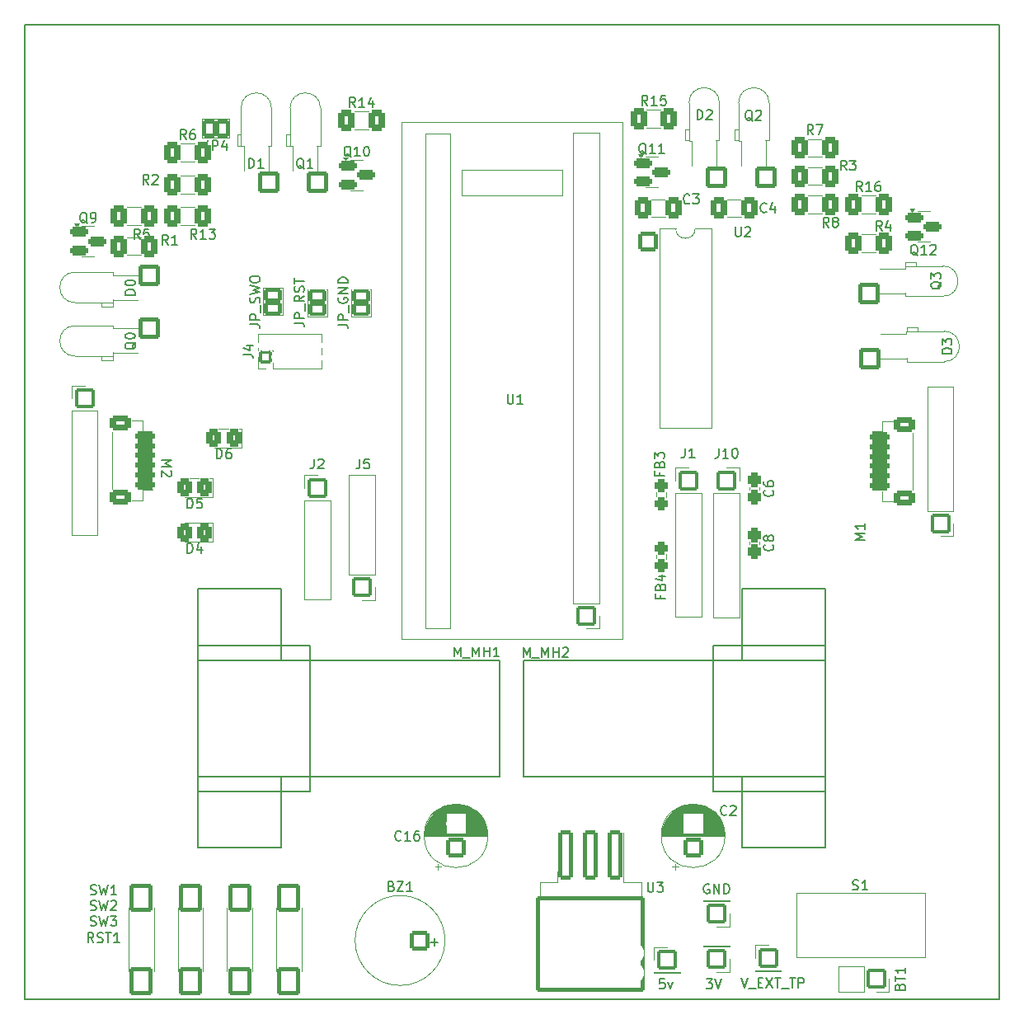
<source format=gto>
G04 #@! TF.GenerationSoftware,KiCad,Pcbnew,8.0.6*
G04 #@! TF.CreationDate,2024-12-06T12:29:16-08:00*
G04 #@! TF.ProjectId,bloo,626c6f6f-2e6b-4696-9361-645f70636258,rev?*
G04 #@! TF.SameCoordinates,Original*
G04 #@! TF.FileFunction,Legend,Top*
G04 #@! TF.FilePolarity,Positive*
%FSLAX46Y46*%
G04 Gerber Fmt 4.6, Leading zero omitted, Abs format (unit mm)*
G04 Created by KiCad (PCBNEW 8.0.6) date 2024-12-06 12:29:16*
%MOMM*%
%LPD*%
G01*
G04 APERTURE LIST*
G04 Aperture macros list*
%AMRoundRect*
0 Rectangle with rounded corners*
0 $1 Rounding radius*
0 $2 $3 $4 $5 $6 $7 $8 $9 X,Y pos of 4 corners*
0 Add a 4 corners polygon primitive as box body*
4,1,4,$2,$3,$4,$5,$6,$7,$8,$9,$2,$3,0*
0 Add four circle primitives for the rounded corners*
1,1,$1+$1,$2,$3*
1,1,$1+$1,$4,$5*
1,1,$1+$1,$6,$7*
1,1,$1+$1,$8,$9*
0 Add four rect primitives between the rounded corners*
20,1,$1+$1,$2,$3,$4,$5,0*
20,1,$1+$1,$4,$5,$6,$7,0*
20,1,$1+$1,$6,$7,$8,$9,0*
20,1,$1+$1,$8,$9,$2,$3,0*%
G04 Aperture macros list end*
%ADD10C,0.150000*%
%ADD11C,0.120000*%
%ADD12RoundRect,0.250000X-0.687500X-0.250000X0.687500X-0.250000X0.687500X0.250000X-0.687500X0.250000X0*%
%ADD13RoundRect,0.336956X0.438044X0.563044X-0.438044X0.563044X-0.438044X-0.563044X0.438044X-0.563044X0*%
%ADD14RoundRect,0.200000X0.800000X-0.800000X0.800000X0.800000X-0.800000X0.800000X-0.800000X-0.800000X0*%
%ADD15C,2.000000*%
%ADD16RoundRect,0.200000X0.850000X0.850000X-0.850000X0.850000X-0.850000X-0.850000X0.850000X-0.850000X0*%
%ADD17C,2.100000*%
%ADD18C,2.400000*%
%ADD19RoundRect,0.200000X0.900000X0.900000X-0.900000X0.900000X-0.900000X-0.900000X0.900000X-0.900000X0*%
%ADD20C,2.200000*%
%ADD21C,3.400000*%
%ADD22RoundRect,0.326924X-0.523076X-0.748076X0.523076X-0.748076X0.523076X0.748076X-0.523076X0.748076X0*%
%ADD23C,2.600000*%
%ADD24RoundRect,0.200000X0.750000X-0.500000X0.750000X0.500000X-0.750000X0.500000X-0.750000X-0.500000X0*%
%ADD25RoundRect,0.337500X-0.337500X0.350000X-0.337500X-0.350000X0.337500X-0.350000X0.337500X0.350000X0*%
%ADD26RoundRect,0.200000X-0.550000X2.300000X-0.550000X-2.300000X0.550000X-2.300000X0.550000X2.300000X0*%
%ADD27C,1.924000*%
%ADD28RoundRect,0.200000X-5.400000X4.700000X-5.400000X-4.700000X5.400000X-4.700000X5.400000X4.700000X0*%
%ADD29O,2.100000X2.100000*%
%ADD30RoundRect,0.200000X1.000000X-1.250000X1.000000X1.250000X-1.000000X1.250000X-1.000000X-1.250000X0*%
%ADD31RoundRect,0.325471X-0.537029X-0.774529X0.537029X-0.774529X0.537029X0.774529X-0.537029X0.774529X0*%
%ADD32RoundRect,0.200000X-0.900000X0.900000X-0.900000X-0.900000X0.900000X-0.900000X0.900000X0.900000X0*%
%ADD33C,2.584400*%
%ADD34RoundRect,0.200000X-0.850000X-0.850000X0.850000X-0.850000X0.850000X0.850000X-0.850000X0.850000X0*%
%ADD35RoundRect,0.200000X0.800000X0.800000X-0.800000X0.800000X-0.800000X-0.800000X0.800000X-0.800000X0*%
%ADD36RoundRect,0.326924X0.523076X0.748076X-0.523076X0.748076X-0.523076X-0.748076X0.523076X-0.748076X0*%
%ADD37RoundRect,0.250000X0.725000X-0.250000X0.725000X0.250000X-0.725000X0.250000X-0.725000X-0.250000X0*%
%ADD38RoundRect,0.333333X0.766667X-0.466667X0.766667X0.466667X-0.766667X0.466667X-0.766667X-0.466667X0*%
%ADD39RoundRect,0.337500X-0.337500X0.400000X-0.337500X-0.400000X0.337500X-0.400000X0.337500X0.400000X0*%
%ADD40RoundRect,0.200000X-0.800000X-0.800000X0.800000X-0.800000X0.800000X0.800000X-0.800000X0.800000X0*%
%ADD41O,2.000000X2.000000*%
%ADD42RoundRect,0.325471X0.537029X0.774529X-0.537029X0.774529X-0.537029X-0.774529X0.537029X-0.774529X0*%
%ADD43RoundRect,0.250000X-0.725000X0.250000X-0.725000X-0.250000X0.725000X-0.250000X0.725000X0.250000X0*%
%ADD44RoundRect,0.333333X-0.766667X0.466667X-0.766667X-0.466667X0.766667X-0.466667X0.766667X0.466667X0*%
%ADD45RoundRect,0.200000X0.500000X-0.500000X0.500000X0.500000X-0.500000X0.500000X-0.500000X-0.500000X0*%
%ADD46O,1.400000X1.400000*%
%ADD47RoundRect,0.200000X-0.850000X0.850000X-0.850000X-0.850000X0.850000X-0.850000X0.850000X0.850000X0*%
%ADD48RoundRect,0.200000X0.500000X0.750000X-0.500000X0.750000X-0.500000X-0.750000X0.500000X-0.750000X0*%
%ADD49RoundRect,0.200000X0.900000X-0.900000X0.900000X0.900000X-0.900000X0.900000X-0.900000X-0.900000X0*%
G04 APERTURE END LIST*
D10*
X165600000Y-105000000D02*
X265600000Y-105000000D01*
X265600000Y-205000000D01*
X165600000Y-205000000D01*
X165600000Y-105000000D01*
X229391071Y-118250057D02*
X229295833Y-118202438D01*
X229295833Y-118202438D02*
X229200595Y-118107200D01*
X229200595Y-118107200D02*
X229057738Y-117964342D01*
X229057738Y-117964342D02*
X228962500Y-117916723D01*
X228962500Y-117916723D02*
X228867262Y-117916723D01*
X228914881Y-118154819D02*
X228819643Y-118107200D01*
X228819643Y-118107200D02*
X228724405Y-118011961D01*
X228724405Y-118011961D02*
X228676786Y-117821485D01*
X228676786Y-117821485D02*
X228676786Y-117488152D01*
X228676786Y-117488152D02*
X228724405Y-117297676D01*
X228724405Y-117297676D02*
X228819643Y-117202438D01*
X228819643Y-117202438D02*
X228914881Y-117154819D01*
X228914881Y-117154819D02*
X229105357Y-117154819D01*
X229105357Y-117154819D02*
X229200595Y-117202438D01*
X229200595Y-117202438D02*
X229295833Y-117297676D01*
X229295833Y-117297676D02*
X229343452Y-117488152D01*
X229343452Y-117488152D02*
X229343452Y-117821485D01*
X229343452Y-117821485D02*
X229295833Y-118011961D01*
X229295833Y-118011961D02*
X229200595Y-118107200D01*
X229200595Y-118107200D02*
X229105357Y-118154819D01*
X229105357Y-118154819D02*
X228914881Y-118154819D01*
X230295833Y-118154819D02*
X229724405Y-118154819D01*
X230010119Y-118154819D02*
X230010119Y-117154819D01*
X230010119Y-117154819D02*
X229914881Y-117297676D01*
X229914881Y-117297676D02*
X229819643Y-117392914D01*
X229819643Y-117392914D02*
X229724405Y-117440533D01*
X231248214Y-118154819D02*
X230676786Y-118154819D01*
X230962500Y-118154819D02*
X230962500Y-117154819D01*
X230962500Y-117154819D02*
X230867262Y-117297676D01*
X230867262Y-117297676D02*
X230772024Y-117392914D01*
X230772024Y-117392914D02*
X230676786Y-117440533D01*
X185261905Y-149504819D02*
X185261905Y-148504819D01*
X185261905Y-148504819D02*
X185500000Y-148504819D01*
X185500000Y-148504819D02*
X185642857Y-148552438D01*
X185642857Y-148552438D02*
X185738095Y-148647676D01*
X185738095Y-148647676D02*
X185785714Y-148742914D01*
X185785714Y-148742914D02*
X185833333Y-148933390D01*
X185833333Y-148933390D02*
X185833333Y-149076247D01*
X185833333Y-149076247D02*
X185785714Y-149266723D01*
X185785714Y-149266723D02*
X185738095Y-149361961D01*
X185738095Y-149361961D02*
X185642857Y-149457200D01*
X185642857Y-149457200D02*
X185500000Y-149504819D01*
X185500000Y-149504819D02*
X185261905Y-149504819D01*
X186690476Y-148504819D02*
X186500000Y-148504819D01*
X186500000Y-148504819D02*
X186404762Y-148552438D01*
X186404762Y-148552438D02*
X186357143Y-148600057D01*
X186357143Y-148600057D02*
X186261905Y-148742914D01*
X186261905Y-148742914D02*
X186214286Y-148933390D01*
X186214286Y-148933390D02*
X186214286Y-149314342D01*
X186214286Y-149314342D02*
X186261905Y-149409580D01*
X186261905Y-149409580D02*
X186309524Y-149457200D01*
X186309524Y-149457200D02*
X186404762Y-149504819D01*
X186404762Y-149504819D02*
X186595238Y-149504819D01*
X186595238Y-149504819D02*
X186690476Y-149457200D01*
X186690476Y-149457200D02*
X186738095Y-149409580D01*
X186738095Y-149409580D02*
X186785714Y-149314342D01*
X186785714Y-149314342D02*
X186785714Y-149076247D01*
X186785714Y-149076247D02*
X186738095Y-148981009D01*
X186738095Y-148981009D02*
X186690476Y-148933390D01*
X186690476Y-148933390D02*
X186595238Y-148885771D01*
X186595238Y-148885771D02*
X186404762Y-148885771D01*
X186404762Y-148885771D02*
X186309524Y-148933390D01*
X186309524Y-148933390D02*
X186261905Y-148981009D01*
X186261905Y-148981009D02*
X186214286Y-149076247D01*
X237633333Y-186059580D02*
X237585714Y-186107200D01*
X237585714Y-186107200D02*
X237442857Y-186154819D01*
X237442857Y-186154819D02*
X237347619Y-186154819D01*
X237347619Y-186154819D02*
X237204762Y-186107200D01*
X237204762Y-186107200D02*
X237109524Y-186011961D01*
X237109524Y-186011961D02*
X237061905Y-185916723D01*
X237061905Y-185916723D02*
X237014286Y-185726247D01*
X237014286Y-185726247D02*
X237014286Y-185583390D01*
X237014286Y-185583390D02*
X237061905Y-185392914D01*
X237061905Y-185392914D02*
X237109524Y-185297676D01*
X237109524Y-185297676D02*
X237204762Y-185202438D01*
X237204762Y-185202438D02*
X237347619Y-185154819D01*
X237347619Y-185154819D02*
X237442857Y-185154819D01*
X237442857Y-185154819D02*
X237585714Y-185202438D01*
X237585714Y-185202438D02*
X237633333Y-185250057D01*
X238014286Y-185250057D02*
X238061905Y-185202438D01*
X238061905Y-185202438D02*
X238157143Y-185154819D01*
X238157143Y-185154819D02*
X238395238Y-185154819D01*
X238395238Y-185154819D02*
X238490476Y-185202438D01*
X238490476Y-185202438D02*
X238538095Y-185250057D01*
X238538095Y-185250057D02*
X238585714Y-185345295D01*
X238585714Y-185345295D02*
X238585714Y-185440533D01*
X238585714Y-185440533D02*
X238538095Y-185583390D01*
X238538095Y-185583390D02*
X237966667Y-186154819D01*
X237966667Y-186154819D02*
X238585714Y-186154819D01*
X215148095Y-142884819D02*
X215148095Y-143694342D01*
X215148095Y-143694342D02*
X215195714Y-143789580D01*
X215195714Y-143789580D02*
X215243333Y-143837200D01*
X215243333Y-143837200D02*
X215338571Y-143884819D01*
X215338571Y-143884819D02*
X215529047Y-143884819D01*
X215529047Y-143884819D02*
X215624285Y-143837200D01*
X215624285Y-143837200D02*
X215671904Y-143789580D01*
X215671904Y-143789580D02*
X215719523Y-143694342D01*
X215719523Y-143694342D02*
X215719523Y-142884819D01*
X216719523Y-143884819D02*
X216148095Y-143884819D01*
X216433809Y-143884819D02*
X216433809Y-142884819D01*
X216433809Y-142884819D02*
X216338571Y-143027676D01*
X216338571Y-143027676D02*
X216243333Y-143122914D01*
X216243333Y-143122914D02*
X216148095Y-143170533D01*
X194240750Y-119775302D02*
X194145512Y-119727683D01*
X194145512Y-119727683D02*
X194050274Y-119632445D01*
X194050274Y-119632445D02*
X193907417Y-119489587D01*
X193907417Y-119489587D02*
X193812179Y-119441968D01*
X193812179Y-119441968D02*
X193716941Y-119441968D01*
X193764560Y-119680064D02*
X193669322Y-119632445D01*
X193669322Y-119632445D02*
X193574084Y-119537206D01*
X193574084Y-119537206D02*
X193526465Y-119346730D01*
X193526465Y-119346730D02*
X193526465Y-119013397D01*
X193526465Y-119013397D02*
X193574084Y-118822921D01*
X193574084Y-118822921D02*
X193669322Y-118727683D01*
X193669322Y-118727683D02*
X193764560Y-118680064D01*
X193764560Y-118680064D02*
X193955036Y-118680064D01*
X193955036Y-118680064D02*
X194050274Y-118727683D01*
X194050274Y-118727683D02*
X194145512Y-118822921D01*
X194145512Y-118822921D02*
X194193131Y-119013397D01*
X194193131Y-119013397D02*
X194193131Y-119346730D01*
X194193131Y-119346730D02*
X194145512Y-119537206D01*
X194145512Y-119537206D02*
X194050274Y-119632445D01*
X194050274Y-119632445D02*
X193955036Y-119680064D01*
X193955036Y-119680064D02*
X193764560Y-119680064D01*
X195145512Y-119680064D02*
X194574084Y-119680064D01*
X194859798Y-119680064D02*
X194859798Y-118680064D01*
X194859798Y-118680064D02*
X194764560Y-118822921D01*
X194764560Y-118822921D02*
X194669322Y-118918159D01*
X194669322Y-118918159D02*
X194574084Y-118965778D01*
X250588095Y-193757200D02*
X250730952Y-193804819D01*
X250730952Y-193804819D02*
X250969047Y-193804819D01*
X250969047Y-193804819D02*
X251064285Y-193757200D01*
X251064285Y-193757200D02*
X251111904Y-193709580D01*
X251111904Y-193709580D02*
X251159523Y-193614342D01*
X251159523Y-193614342D02*
X251159523Y-193519104D01*
X251159523Y-193519104D02*
X251111904Y-193423866D01*
X251111904Y-193423866D02*
X251064285Y-193376247D01*
X251064285Y-193376247D02*
X250969047Y-193328628D01*
X250969047Y-193328628D02*
X250778571Y-193281009D01*
X250778571Y-193281009D02*
X250683333Y-193233390D01*
X250683333Y-193233390D02*
X250635714Y-193185771D01*
X250635714Y-193185771D02*
X250588095Y-193090533D01*
X250588095Y-193090533D02*
X250588095Y-192995295D01*
X250588095Y-192995295D02*
X250635714Y-192900057D01*
X250635714Y-192900057D02*
X250683333Y-192852438D01*
X250683333Y-192852438D02*
X250778571Y-192804819D01*
X250778571Y-192804819D02*
X251016666Y-192804819D01*
X251016666Y-192804819D02*
X251159523Y-192852438D01*
X252111904Y-193804819D02*
X251540476Y-193804819D01*
X251826190Y-193804819D02*
X251826190Y-192804819D01*
X251826190Y-192804819D02*
X251730952Y-192947676D01*
X251730952Y-192947676D02*
X251635714Y-193042914D01*
X251635714Y-193042914D02*
X251540476Y-193090533D01*
X177383333Y-126954819D02*
X177050000Y-126478628D01*
X176811905Y-126954819D02*
X176811905Y-125954819D01*
X176811905Y-125954819D02*
X177192857Y-125954819D01*
X177192857Y-125954819D02*
X177288095Y-126002438D01*
X177288095Y-126002438D02*
X177335714Y-126050057D01*
X177335714Y-126050057D02*
X177383333Y-126145295D01*
X177383333Y-126145295D02*
X177383333Y-126288152D01*
X177383333Y-126288152D02*
X177335714Y-126383390D01*
X177335714Y-126383390D02*
X177288095Y-126431009D01*
X177288095Y-126431009D02*
X177192857Y-126478628D01*
X177192857Y-126478628D02*
X176811905Y-126478628D01*
X178288095Y-125954819D02*
X177811905Y-125954819D01*
X177811905Y-125954819D02*
X177764286Y-126431009D01*
X177764286Y-126431009D02*
X177811905Y-126383390D01*
X177811905Y-126383390D02*
X177907143Y-126335771D01*
X177907143Y-126335771D02*
X178145238Y-126335771D01*
X178145238Y-126335771D02*
X178240476Y-126383390D01*
X178240476Y-126383390D02*
X178288095Y-126431009D01*
X178288095Y-126431009D02*
X178335714Y-126526247D01*
X178335714Y-126526247D02*
X178335714Y-126764342D01*
X178335714Y-126764342D02*
X178288095Y-126859580D01*
X178288095Y-126859580D02*
X178240476Y-126907200D01*
X178240476Y-126907200D02*
X178145238Y-126954819D01*
X178145238Y-126954819D02*
X177907143Y-126954819D01*
X177907143Y-126954819D02*
X177811905Y-126907200D01*
X177811905Y-126907200D02*
X177764286Y-126859580D01*
X178283333Y-121354819D02*
X177950000Y-120878628D01*
X177711905Y-121354819D02*
X177711905Y-120354819D01*
X177711905Y-120354819D02*
X178092857Y-120354819D01*
X178092857Y-120354819D02*
X178188095Y-120402438D01*
X178188095Y-120402438D02*
X178235714Y-120450057D01*
X178235714Y-120450057D02*
X178283333Y-120545295D01*
X178283333Y-120545295D02*
X178283333Y-120688152D01*
X178283333Y-120688152D02*
X178235714Y-120783390D01*
X178235714Y-120783390D02*
X178188095Y-120831009D01*
X178188095Y-120831009D02*
X178092857Y-120878628D01*
X178092857Y-120878628D02*
X177711905Y-120878628D01*
X178664286Y-120450057D02*
X178711905Y-120402438D01*
X178711905Y-120402438D02*
X178807143Y-120354819D01*
X178807143Y-120354819D02*
X179045238Y-120354819D01*
X179045238Y-120354819D02*
X179140476Y-120402438D01*
X179140476Y-120402438D02*
X179188095Y-120450057D01*
X179188095Y-120450057D02*
X179235714Y-120545295D01*
X179235714Y-120545295D02*
X179235714Y-120640533D01*
X179235714Y-120640533D02*
X179188095Y-120783390D01*
X179188095Y-120783390D02*
X178616667Y-121354819D01*
X178616667Y-121354819D02*
X179235714Y-121354819D01*
X246533333Y-116234819D02*
X246200000Y-115758628D01*
X245961905Y-116234819D02*
X245961905Y-115234819D01*
X245961905Y-115234819D02*
X246342857Y-115234819D01*
X246342857Y-115234819D02*
X246438095Y-115282438D01*
X246438095Y-115282438D02*
X246485714Y-115330057D01*
X246485714Y-115330057D02*
X246533333Y-115425295D01*
X246533333Y-115425295D02*
X246533333Y-115568152D01*
X246533333Y-115568152D02*
X246485714Y-115663390D01*
X246485714Y-115663390D02*
X246438095Y-115711009D01*
X246438095Y-115711009D02*
X246342857Y-115758628D01*
X246342857Y-115758628D02*
X245961905Y-115758628D01*
X246866667Y-115234819D02*
X247533333Y-115234819D01*
X247533333Y-115234819D02*
X247104762Y-116234819D01*
X248133333Y-125754819D02*
X247800000Y-125278628D01*
X247561905Y-125754819D02*
X247561905Y-124754819D01*
X247561905Y-124754819D02*
X247942857Y-124754819D01*
X247942857Y-124754819D02*
X248038095Y-124802438D01*
X248038095Y-124802438D02*
X248085714Y-124850057D01*
X248085714Y-124850057D02*
X248133333Y-124945295D01*
X248133333Y-124945295D02*
X248133333Y-125088152D01*
X248133333Y-125088152D02*
X248085714Y-125183390D01*
X248085714Y-125183390D02*
X248038095Y-125231009D01*
X248038095Y-125231009D02*
X247942857Y-125278628D01*
X247942857Y-125278628D02*
X247561905Y-125278628D01*
X248704762Y-125183390D02*
X248609524Y-125135771D01*
X248609524Y-125135771D02*
X248561905Y-125088152D01*
X248561905Y-125088152D02*
X248514286Y-124992914D01*
X248514286Y-124992914D02*
X248514286Y-124945295D01*
X248514286Y-124945295D02*
X248561905Y-124850057D01*
X248561905Y-124850057D02*
X248609524Y-124802438D01*
X248609524Y-124802438D02*
X248704762Y-124754819D01*
X248704762Y-124754819D02*
X248895238Y-124754819D01*
X248895238Y-124754819D02*
X248990476Y-124802438D01*
X248990476Y-124802438D02*
X249038095Y-124850057D01*
X249038095Y-124850057D02*
X249085714Y-124945295D01*
X249085714Y-124945295D02*
X249085714Y-124992914D01*
X249085714Y-124992914D02*
X249038095Y-125088152D01*
X249038095Y-125088152D02*
X248990476Y-125135771D01*
X248990476Y-125135771D02*
X248895238Y-125183390D01*
X248895238Y-125183390D02*
X248704762Y-125183390D01*
X248704762Y-125183390D02*
X248609524Y-125231009D01*
X248609524Y-125231009D02*
X248561905Y-125278628D01*
X248561905Y-125278628D02*
X248514286Y-125373866D01*
X248514286Y-125373866D02*
X248514286Y-125564342D01*
X248514286Y-125564342D02*
X248561905Y-125659580D01*
X248561905Y-125659580D02*
X248609524Y-125707200D01*
X248609524Y-125707200D02*
X248704762Y-125754819D01*
X248704762Y-125754819D02*
X248895238Y-125754819D01*
X248895238Y-125754819D02*
X248990476Y-125707200D01*
X248990476Y-125707200D02*
X249038095Y-125659580D01*
X249038095Y-125659580D02*
X249085714Y-125564342D01*
X249085714Y-125564342D02*
X249085714Y-125373866D01*
X249085714Y-125373866D02*
X249038095Y-125278628D01*
X249038095Y-125278628D02*
X248990476Y-125231009D01*
X248990476Y-125231009D02*
X248895238Y-125183390D01*
X197754819Y-135761904D02*
X198469104Y-135761904D01*
X198469104Y-135761904D02*
X198611961Y-135809523D01*
X198611961Y-135809523D02*
X198707200Y-135904761D01*
X198707200Y-135904761D02*
X198754819Y-136047618D01*
X198754819Y-136047618D02*
X198754819Y-136142856D01*
X198754819Y-135285713D02*
X197754819Y-135285713D01*
X197754819Y-135285713D02*
X197754819Y-134904761D01*
X197754819Y-134904761D02*
X197802438Y-134809523D01*
X197802438Y-134809523D02*
X197850057Y-134761904D01*
X197850057Y-134761904D02*
X197945295Y-134714285D01*
X197945295Y-134714285D02*
X198088152Y-134714285D01*
X198088152Y-134714285D02*
X198183390Y-134761904D01*
X198183390Y-134761904D02*
X198231009Y-134809523D01*
X198231009Y-134809523D02*
X198278628Y-134904761D01*
X198278628Y-134904761D02*
X198278628Y-135285713D01*
X198850057Y-134523809D02*
X198850057Y-133761904D01*
X197802438Y-132999999D02*
X197754819Y-133095237D01*
X197754819Y-133095237D02*
X197754819Y-133238094D01*
X197754819Y-133238094D02*
X197802438Y-133380951D01*
X197802438Y-133380951D02*
X197897676Y-133476189D01*
X197897676Y-133476189D02*
X197992914Y-133523808D01*
X197992914Y-133523808D02*
X198183390Y-133571427D01*
X198183390Y-133571427D02*
X198326247Y-133571427D01*
X198326247Y-133571427D02*
X198516723Y-133523808D01*
X198516723Y-133523808D02*
X198611961Y-133476189D01*
X198611961Y-133476189D02*
X198707200Y-133380951D01*
X198707200Y-133380951D02*
X198754819Y-133238094D01*
X198754819Y-133238094D02*
X198754819Y-133142856D01*
X198754819Y-133142856D02*
X198707200Y-132999999D01*
X198707200Y-132999999D02*
X198659580Y-132952380D01*
X198659580Y-132952380D02*
X198326247Y-132952380D01*
X198326247Y-132952380D02*
X198326247Y-133142856D01*
X198754819Y-132523808D02*
X197754819Y-132523808D01*
X197754819Y-132523808D02*
X198754819Y-131952380D01*
X198754819Y-131952380D02*
X197754819Y-131952380D01*
X198754819Y-131476189D02*
X197754819Y-131476189D01*
X197754819Y-131476189D02*
X197754819Y-131238094D01*
X197754819Y-131238094D02*
X197802438Y-131095237D01*
X197802438Y-131095237D02*
X197897676Y-130999999D01*
X197897676Y-130999999D02*
X197992914Y-130952380D01*
X197992914Y-130952380D02*
X198183390Y-130904761D01*
X198183390Y-130904761D02*
X198326247Y-130904761D01*
X198326247Y-130904761D02*
X198516723Y-130952380D01*
X198516723Y-130952380D02*
X198611961Y-130999999D01*
X198611961Y-130999999D02*
X198707200Y-131095237D01*
X198707200Y-131095237D02*
X198754819Y-131238094D01*
X198754819Y-131238094D02*
X198754819Y-131476189D01*
X230721009Y-150933333D02*
X230721009Y-151266666D01*
X231244819Y-151266666D02*
X230244819Y-151266666D01*
X230244819Y-151266666D02*
X230244819Y-150790476D01*
X230721009Y-150076190D02*
X230768628Y-149933333D01*
X230768628Y-149933333D02*
X230816247Y-149885714D01*
X230816247Y-149885714D02*
X230911485Y-149838095D01*
X230911485Y-149838095D02*
X231054342Y-149838095D01*
X231054342Y-149838095D02*
X231149580Y-149885714D01*
X231149580Y-149885714D02*
X231197200Y-149933333D01*
X231197200Y-149933333D02*
X231244819Y-150028571D01*
X231244819Y-150028571D02*
X231244819Y-150409523D01*
X231244819Y-150409523D02*
X230244819Y-150409523D01*
X230244819Y-150409523D02*
X230244819Y-150076190D01*
X230244819Y-150076190D02*
X230292438Y-149980952D01*
X230292438Y-149980952D02*
X230340057Y-149933333D01*
X230340057Y-149933333D02*
X230435295Y-149885714D01*
X230435295Y-149885714D02*
X230530533Y-149885714D01*
X230530533Y-149885714D02*
X230625771Y-149933333D01*
X230625771Y-149933333D02*
X230673390Y-149980952D01*
X230673390Y-149980952D02*
X230721009Y-150076190D01*
X230721009Y-150076190D02*
X230721009Y-150409523D01*
X230244819Y-149504761D02*
X230244819Y-148885714D01*
X230244819Y-148885714D02*
X230625771Y-149219047D01*
X230625771Y-149219047D02*
X230625771Y-149076190D01*
X230625771Y-149076190D02*
X230673390Y-148980952D01*
X230673390Y-148980952D02*
X230721009Y-148933333D01*
X230721009Y-148933333D02*
X230816247Y-148885714D01*
X230816247Y-148885714D02*
X231054342Y-148885714D01*
X231054342Y-148885714D02*
X231149580Y-148933333D01*
X231149580Y-148933333D02*
X231197200Y-148980952D01*
X231197200Y-148980952D02*
X231244819Y-149076190D01*
X231244819Y-149076190D02*
X231244819Y-149361904D01*
X231244819Y-149361904D02*
X231197200Y-149457142D01*
X231197200Y-149457142D02*
X231149580Y-149504761D01*
X235838095Y-193252438D02*
X235742857Y-193204819D01*
X235742857Y-193204819D02*
X235600000Y-193204819D01*
X235600000Y-193204819D02*
X235457143Y-193252438D01*
X235457143Y-193252438D02*
X235361905Y-193347676D01*
X235361905Y-193347676D02*
X235314286Y-193442914D01*
X235314286Y-193442914D02*
X235266667Y-193633390D01*
X235266667Y-193633390D02*
X235266667Y-193776247D01*
X235266667Y-193776247D02*
X235314286Y-193966723D01*
X235314286Y-193966723D02*
X235361905Y-194061961D01*
X235361905Y-194061961D02*
X235457143Y-194157200D01*
X235457143Y-194157200D02*
X235600000Y-194204819D01*
X235600000Y-194204819D02*
X235695238Y-194204819D01*
X235695238Y-194204819D02*
X235838095Y-194157200D01*
X235838095Y-194157200D02*
X235885714Y-194109580D01*
X235885714Y-194109580D02*
X235885714Y-193776247D01*
X235885714Y-193776247D02*
X235695238Y-193776247D01*
X236314286Y-194204819D02*
X236314286Y-193204819D01*
X236314286Y-193204819D02*
X236885714Y-194204819D01*
X236885714Y-194204819D02*
X236885714Y-193204819D01*
X237361905Y-194204819D02*
X237361905Y-193204819D01*
X237361905Y-193204819D02*
X237600000Y-193204819D01*
X237600000Y-193204819D02*
X237742857Y-193252438D01*
X237742857Y-193252438D02*
X237838095Y-193347676D01*
X237838095Y-193347676D02*
X237885714Y-193442914D01*
X237885714Y-193442914D02*
X237933333Y-193633390D01*
X237933333Y-193633390D02*
X237933333Y-193776247D01*
X237933333Y-193776247D02*
X237885714Y-193966723D01*
X237885714Y-193966723D02*
X237838095Y-194061961D01*
X237838095Y-194061961D02*
X237742857Y-194157200D01*
X237742857Y-194157200D02*
X237600000Y-194204819D01*
X237600000Y-194204819D02*
X237361905Y-194204819D01*
X234611905Y-114704819D02*
X234611905Y-113704819D01*
X234611905Y-113704819D02*
X234850000Y-113704819D01*
X234850000Y-113704819D02*
X234992857Y-113752438D01*
X234992857Y-113752438D02*
X235088095Y-113847676D01*
X235088095Y-113847676D02*
X235135714Y-113942914D01*
X235135714Y-113942914D02*
X235183333Y-114133390D01*
X235183333Y-114133390D02*
X235183333Y-114276247D01*
X235183333Y-114276247D02*
X235135714Y-114466723D01*
X235135714Y-114466723D02*
X235088095Y-114561961D01*
X235088095Y-114561961D02*
X234992857Y-114657200D01*
X234992857Y-114657200D02*
X234850000Y-114704819D01*
X234850000Y-114704819D02*
X234611905Y-114704819D01*
X235564286Y-113800057D02*
X235611905Y-113752438D01*
X235611905Y-113752438D02*
X235707143Y-113704819D01*
X235707143Y-113704819D02*
X235945238Y-113704819D01*
X235945238Y-113704819D02*
X236040476Y-113752438D01*
X236040476Y-113752438D02*
X236088095Y-113800057D01*
X236088095Y-113800057D02*
X236135714Y-113895295D01*
X236135714Y-113895295D02*
X236135714Y-113990533D01*
X236135714Y-113990533D02*
X236088095Y-114133390D01*
X236088095Y-114133390D02*
X235516667Y-114704819D01*
X235516667Y-114704819D02*
X236135714Y-114704819D01*
X229538095Y-193004819D02*
X229538095Y-193814342D01*
X229538095Y-193814342D02*
X229585714Y-193909580D01*
X229585714Y-193909580D02*
X229633333Y-193957200D01*
X229633333Y-193957200D02*
X229728571Y-194004819D01*
X229728571Y-194004819D02*
X229919047Y-194004819D01*
X229919047Y-194004819D02*
X230014285Y-193957200D01*
X230014285Y-193957200D02*
X230061904Y-193909580D01*
X230061904Y-193909580D02*
X230109523Y-193814342D01*
X230109523Y-193814342D02*
X230109523Y-193004819D01*
X230490476Y-193004819D02*
X231109523Y-193004819D01*
X231109523Y-193004819D02*
X230776190Y-193385771D01*
X230776190Y-193385771D02*
X230919047Y-193385771D01*
X230919047Y-193385771D02*
X231014285Y-193433390D01*
X231014285Y-193433390D02*
X231061904Y-193481009D01*
X231061904Y-193481009D02*
X231109523Y-193576247D01*
X231109523Y-193576247D02*
X231109523Y-193814342D01*
X231109523Y-193814342D02*
X231061904Y-193909580D01*
X231061904Y-193909580D02*
X231014285Y-193957200D01*
X231014285Y-193957200D02*
X230919047Y-194004819D01*
X230919047Y-194004819D02*
X230633333Y-194004819D01*
X230633333Y-194004819D02*
X230538095Y-193957200D01*
X230538095Y-193957200D02*
X230490476Y-193909580D01*
X199966666Y-149554819D02*
X199966666Y-150269104D01*
X199966666Y-150269104D02*
X199919047Y-150411961D01*
X199919047Y-150411961D02*
X199823809Y-150507200D01*
X199823809Y-150507200D02*
X199680952Y-150554819D01*
X199680952Y-150554819D02*
X199585714Y-150554819D01*
X200919047Y-149554819D02*
X200442857Y-149554819D01*
X200442857Y-149554819D02*
X200395238Y-150031009D01*
X200395238Y-150031009D02*
X200442857Y-149983390D01*
X200442857Y-149983390D02*
X200538095Y-149935771D01*
X200538095Y-149935771D02*
X200776190Y-149935771D01*
X200776190Y-149935771D02*
X200871428Y-149983390D01*
X200871428Y-149983390D02*
X200919047Y-150031009D01*
X200919047Y-150031009D02*
X200966666Y-150126247D01*
X200966666Y-150126247D02*
X200966666Y-150364342D01*
X200966666Y-150364342D02*
X200919047Y-150459580D01*
X200919047Y-150459580D02*
X200871428Y-150507200D01*
X200871428Y-150507200D02*
X200776190Y-150554819D01*
X200776190Y-150554819D02*
X200538095Y-150554819D01*
X200538095Y-150554819D02*
X200442857Y-150507200D01*
X200442857Y-150507200D02*
X200395238Y-150459580D01*
X199507142Y-113434819D02*
X199173809Y-112958628D01*
X198935714Y-113434819D02*
X198935714Y-112434819D01*
X198935714Y-112434819D02*
X199316666Y-112434819D01*
X199316666Y-112434819D02*
X199411904Y-112482438D01*
X199411904Y-112482438D02*
X199459523Y-112530057D01*
X199459523Y-112530057D02*
X199507142Y-112625295D01*
X199507142Y-112625295D02*
X199507142Y-112768152D01*
X199507142Y-112768152D02*
X199459523Y-112863390D01*
X199459523Y-112863390D02*
X199411904Y-112911009D01*
X199411904Y-112911009D02*
X199316666Y-112958628D01*
X199316666Y-112958628D02*
X198935714Y-112958628D01*
X200459523Y-113434819D02*
X199888095Y-113434819D01*
X200173809Y-113434819D02*
X200173809Y-112434819D01*
X200173809Y-112434819D02*
X200078571Y-112577676D01*
X200078571Y-112577676D02*
X199983333Y-112672914D01*
X199983333Y-112672914D02*
X199888095Y-112720533D01*
X201316666Y-112768152D02*
X201316666Y-113434819D01*
X201078571Y-112387200D02*
X200840476Y-113101485D01*
X200840476Y-113101485D02*
X201459523Y-113101485D01*
X172626190Y-199204819D02*
X172292857Y-198728628D01*
X172054762Y-199204819D02*
X172054762Y-198204819D01*
X172054762Y-198204819D02*
X172435714Y-198204819D01*
X172435714Y-198204819D02*
X172530952Y-198252438D01*
X172530952Y-198252438D02*
X172578571Y-198300057D01*
X172578571Y-198300057D02*
X172626190Y-198395295D01*
X172626190Y-198395295D02*
X172626190Y-198538152D01*
X172626190Y-198538152D02*
X172578571Y-198633390D01*
X172578571Y-198633390D02*
X172530952Y-198681009D01*
X172530952Y-198681009D02*
X172435714Y-198728628D01*
X172435714Y-198728628D02*
X172054762Y-198728628D01*
X173007143Y-199157200D02*
X173150000Y-199204819D01*
X173150000Y-199204819D02*
X173388095Y-199204819D01*
X173388095Y-199204819D02*
X173483333Y-199157200D01*
X173483333Y-199157200D02*
X173530952Y-199109580D01*
X173530952Y-199109580D02*
X173578571Y-199014342D01*
X173578571Y-199014342D02*
X173578571Y-198919104D01*
X173578571Y-198919104D02*
X173530952Y-198823866D01*
X173530952Y-198823866D02*
X173483333Y-198776247D01*
X173483333Y-198776247D02*
X173388095Y-198728628D01*
X173388095Y-198728628D02*
X173197619Y-198681009D01*
X173197619Y-198681009D02*
X173102381Y-198633390D01*
X173102381Y-198633390D02*
X173054762Y-198585771D01*
X173054762Y-198585771D02*
X173007143Y-198490533D01*
X173007143Y-198490533D02*
X173007143Y-198395295D01*
X173007143Y-198395295D02*
X173054762Y-198300057D01*
X173054762Y-198300057D02*
X173102381Y-198252438D01*
X173102381Y-198252438D02*
X173197619Y-198204819D01*
X173197619Y-198204819D02*
X173435714Y-198204819D01*
X173435714Y-198204819D02*
X173578571Y-198252438D01*
X173864286Y-198204819D02*
X174435714Y-198204819D01*
X174150000Y-199204819D02*
X174150000Y-198204819D01*
X175292857Y-199204819D02*
X174721429Y-199204819D01*
X175007143Y-199204819D02*
X175007143Y-198204819D01*
X175007143Y-198204819D02*
X174911905Y-198347676D01*
X174911905Y-198347676D02*
X174816667Y-198442914D01*
X174816667Y-198442914D02*
X174721429Y-198490533D01*
X199091071Y-118550057D02*
X198995833Y-118502438D01*
X198995833Y-118502438D02*
X198900595Y-118407200D01*
X198900595Y-118407200D02*
X198757738Y-118264342D01*
X198757738Y-118264342D02*
X198662500Y-118216723D01*
X198662500Y-118216723D02*
X198567262Y-118216723D01*
X198614881Y-118454819D02*
X198519643Y-118407200D01*
X198519643Y-118407200D02*
X198424405Y-118311961D01*
X198424405Y-118311961D02*
X198376786Y-118121485D01*
X198376786Y-118121485D02*
X198376786Y-117788152D01*
X198376786Y-117788152D02*
X198424405Y-117597676D01*
X198424405Y-117597676D02*
X198519643Y-117502438D01*
X198519643Y-117502438D02*
X198614881Y-117454819D01*
X198614881Y-117454819D02*
X198805357Y-117454819D01*
X198805357Y-117454819D02*
X198900595Y-117502438D01*
X198900595Y-117502438D02*
X198995833Y-117597676D01*
X198995833Y-117597676D02*
X199043452Y-117788152D01*
X199043452Y-117788152D02*
X199043452Y-118121485D01*
X199043452Y-118121485D02*
X198995833Y-118311961D01*
X198995833Y-118311961D02*
X198900595Y-118407200D01*
X198900595Y-118407200D02*
X198805357Y-118454819D01*
X198805357Y-118454819D02*
X198614881Y-118454819D01*
X199995833Y-118454819D02*
X199424405Y-118454819D01*
X199710119Y-118454819D02*
X199710119Y-117454819D01*
X199710119Y-117454819D02*
X199614881Y-117597676D01*
X199614881Y-117597676D02*
X199519643Y-117692914D01*
X199519643Y-117692914D02*
X199424405Y-117740533D01*
X200614881Y-117454819D02*
X200710119Y-117454819D01*
X200710119Y-117454819D02*
X200805357Y-117502438D01*
X200805357Y-117502438D02*
X200852976Y-117550057D01*
X200852976Y-117550057D02*
X200900595Y-117645295D01*
X200900595Y-117645295D02*
X200948214Y-117835771D01*
X200948214Y-117835771D02*
X200948214Y-118073866D01*
X200948214Y-118073866D02*
X200900595Y-118264342D01*
X200900595Y-118264342D02*
X200852976Y-118359580D01*
X200852976Y-118359580D02*
X200805357Y-118407200D01*
X200805357Y-118407200D02*
X200710119Y-118454819D01*
X200710119Y-118454819D02*
X200614881Y-118454819D01*
X200614881Y-118454819D02*
X200519643Y-118407200D01*
X200519643Y-118407200D02*
X200472024Y-118359580D01*
X200472024Y-118359580D02*
X200424405Y-118264342D01*
X200424405Y-118264342D02*
X200376786Y-118073866D01*
X200376786Y-118073866D02*
X200376786Y-117835771D01*
X200376786Y-117835771D02*
X200424405Y-117645295D01*
X200424405Y-117645295D02*
X200472024Y-117550057D01*
X200472024Y-117550057D02*
X200519643Y-117502438D01*
X200519643Y-117502438D02*
X200614881Y-117454819D01*
X241733333Y-124159580D02*
X241685714Y-124207200D01*
X241685714Y-124207200D02*
X241542857Y-124254819D01*
X241542857Y-124254819D02*
X241447619Y-124254819D01*
X241447619Y-124254819D02*
X241304762Y-124207200D01*
X241304762Y-124207200D02*
X241209524Y-124111961D01*
X241209524Y-124111961D02*
X241161905Y-124016723D01*
X241161905Y-124016723D02*
X241114286Y-123826247D01*
X241114286Y-123826247D02*
X241114286Y-123683390D01*
X241114286Y-123683390D02*
X241161905Y-123492914D01*
X241161905Y-123492914D02*
X241209524Y-123397676D01*
X241209524Y-123397676D02*
X241304762Y-123302438D01*
X241304762Y-123302438D02*
X241447619Y-123254819D01*
X241447619Y-123254819D02*
X241542857Y-123254819D01*
X241542857Y-123254819D02*
X241685714Y-123302438D01*
X241685714Y-123302438D02*
X241733333Y-123350057D01*
X242590476Y-123588152D02*
X242590476Y-124254819D01*
X242352381Y-123207200D02*
X242114286Y-123921485D01*
X242114286Y-123921485D02*
X242733333Y-123921485D01*
X176975302Y-137559249D02*
X176927683Y-137654487D01*
X176927683Y-137654487D02*
X176832445Y-137749725D01*
X176832445Y-137749725D02*
X176689587Y-137892582D01*
X176689587Y-137892582D02*
X176641968Y-137987820D01*
X176641968Y-137987820D02*
X176641968Y-138083058D01*
X176880064Y-138035439D02*
X176832445Y-138130677D01*
X176832445Y-138130677D02*
X176737206Y-138225915D01*
X176737206Y-138225915D02*
X176546730Y-138273534D01*
X176546730Y-138273534D02*
X176213397Y-138273534D01*
X176213397Y-138273534D02*
X176022921Y-138225915D01*
X176022921Y-138225915D02*
X175927683Y-138130677D01*
X175927683Y-138130677D02*
X175880064Y-138035439D01*
X175880064Y-138035439D02*
X175880064Y-137844963D01*
X175880064Y-137844963D02*
X175927683Y-137749725D01*
X175927683Y-137749725D02*
X176022921Y-137654487D01*
X176022921Y-137654487D02*
X176213397Y-137606868D01*
X176213397Y-137606868D02*
X176546730Y-137606868D01*
X176546730Y-137606868D02*
X176737206Y-137654487D01*
X176737206Y-137654487D02*
X176832445Y-137749725D01*
X176832445Y-137749725D02*
X176880064Y-137844963D01*
X176880064Y-137844963D02*
X176880064Y-138035439D01*
X175880064Y-136987820D02*
X175880064Y-136892582D01*
X175880064Y-136892582D02*
X175927683Y-136797344D01*
X175927683Y-136797344D02*
X175975302Y-136749725D01*
X175975302Y-136749725D02*
X176070540Y-136702106D01*
X176070540Y-136702106D02*
X176261016Y-136654487D01*
X176261016Y-136654487D02*
X176499111Y-136654487D01*
X176499111Y-136654487D02*
X176689587Y-136702106D01*
X176689587Y-136702106D02*
X176784825Y-136749725D01*
X176784825Y-136749725D02*
X176832445Y-136797344D01*
X176832445Y-136797344D02*
X176880064Y-136892582D01*
X176880064Y-136892582D02*
X176880064Y-136987820D01*
X176880064Y-136987820D02*
X176832445Y-137083058D01*
X176832445Y-137083058D02*
X176784825Y-137130677D01*
X176784825Y-137130677D02*
X176689587Y-137178296D01*
X176689587Y-137178296D02*
X176499111Y-137225915D01*
X176499111Y-137225915D02*
X176261016Y-137225915D01*
X176261016Y-137225915D02*
X176070540Y-137178296D01*
X176070540Y-137178296D02*
X175975302Y-137130677D01*
X175975302Y-137130677D02*
X175927683Y-137083058D01*
X175927683Y-137083058D02*
X175880064Y-136987820D01*
X176880064Y-132702105D02*
X175880064Y-132702105D01*
X175880064Y-132702105D02*
X175880064Y-132464010D01*
X175880064Y-132464010D02*
X175927683Y-132321153D01*
X175927683Y-132321153D02*
X176022921Y-132225915D01*
X176022921Y-132225915D02*
X176118159Y-132178296D01*
X176118159Y-132178296D02*
X176308635Y-132130677D01*
X176308635Y-132130677D02*
X176451492Y-132130677D01*
X176451492Y-132130677D02*
X176641968Y-132178296D01*
X176641968Y-132178296D02*
X176737206Y-132225915D01*
X176737206Y-132225915D02*
X176832445Y-132321153D01*
X176832445Y-132321153D02*
X176880064Y-132464010D01*
X176880064Y-132464010D02*
X176880064Y-132702105D01*
X175880064Y-131511629D02*
X175880064Y-131416391D01*
X175880064Y-131416391D02*
X175927683Y-131321153D01*
X175927683Y-131321153D02*
X175975302Y-131273534D01*
X175975302Y-131273534D02*
X176070540Y-131225915D01*
X176070540Y-131225915D02*
X176261016Y-131178296D01*
X176261016Y-131178296D02*
X176499111Y-131178296D01*
X176499111Y-131178296D02*
X176689587Y-131225915D01*
X176689587Y-131225915D02*
X176784825Y-131273534D01*
X176784825Y-131273534D02*
X176832445Y-131321153D01*
X176832445Y-131321153D02*
X176880064Y-131416391D01*
X176880064Y-131416391D02*
X176880064Y-131511629D01*
X176880064Y-131511629D02*
X176832445Y-131606867D01*
X176832445Y-131606867D02*
X176784825Y-131654486D01*
X176784825Y-131654486D02*
X176689587Y-131702105D01*
X176689587Y-131702105D02*
X176499111Y-131749724D01*
X176499111Y-131749724D02*
X176261016Y-131749724D01*
X176261016Y-131749724D02*
X176070540Y-131702105D01*
X176070540Y-131702105D02*
X175975302Y-131654486D01*
X175975302Y-131654486D02*
X175927683Y-131606867D01*
X175927683Y-131606867D02*
X175880064Y-131511629D01*
X172316667Y-197457200D02*
X172459524Y-197504819D01*
X172459524Y-197504819D02*
X172697619Y-197504819D01*
X172697619Y-197504819D02*
X172792857Y-197457200D01*
X172792857Y-197457200D02*
X172840476Y-197409580D01*
X172840476Y-197409580D02*
X172888095Y-197314342D01*
X172888095Y-197314342D02*
X172888095Y-197219104D01*
X172888095Y-197219104D02*
X172840476Y-197123866D01*
X172840476Y-197123866D02*
X172792857Y-197076247D01*
X172792857Y-197076247D02*
X172697619Y-197028628D01*
X172697619Y-197028628D02*
X172507143Y-196981009D01*
X172507143Y-196981009D02*
X172411905Y-196933390D01*
X172411905Y-196933390D02*
X172364286Y-196885771D01*
X172364286Y-196885771D02*
X172316667Y-196790533D01*
X172316667Y-196790533D02*
X172316667Y-196695295D01*
X172316667Y-196695295D02*
X172364286Y-196600057D01*
X172364286Y-196600057D02*
X172411905Y-196552438D01*
X172411905Y-196552438D02*
X172507143Y-196504819D01*
X172507143Y-196504819D02*
X172745238Y-196504819D01*
X172745238Y-196504819D02*
X172888095Y-196552438D01*
X173221429Y-196504819D02*
X173459524Y-197504819D01*
X173459524Y-197504819D02*
X173650000Y-196790533D01*
X173650000Y-196790533D02*
X173840476Y-197504819D01*
X173840476Y-197504819D02*
X174078572Y-196504819D01*
X174364286Y-196504819D02*
X174983333Y-196504819D01*
X174983333Y-196504819D02*
X174650000Y-196885771D01*
X174650000Y-196885771D02*
X174792857Y-196885771D01*
X174792857Y-196885771D02*
X174888095Y-196933390D01*
X174888095Y-196933390D02*
X174935714Y-196981009D01*
X174935714Y-196981009D02*
X174983333Y-197076247D01*
X174983333Y-197076247D02*
X174983333Y-197314342D01*
X174983333Y-197314342D02*
X174935714Y-197409580D01*
X174935714Y-197409580D02*
X174888095Y-197457200D01*
X174888095Y-197457200D02*
X174792857Y-197504819D01*
X174792857Y-197504819D02*
X174507143Y-197504819D01*
X174507143Y-197504819D02*
X174411905Y-197457200D01*
X174411905Y-197457200D02*
X174364286Y-197409580D01*
X216764286Y-169904819D02*
X216764286Y-168904819D01*
X216764286Y-168904819D02*
X217097619Y-169619104D01*
X217097619Y-169619104D02*
X217430952Y-168904819D01*
X217430952Y-168904819D02*
X217430952Y-169904819D01*
X217669048Y-170000057D02*
X218430952Y-170000057D01*
X218669048Y-169904819D02*
X218669048Y-168904819D01*
X218669048Y-168904819D02*
X219002381Y-169619104D01*
X219002381Y-169619104D02*
X219335714Y-168904819D01*
X219335714Y-168904819D02*
X219335714Y-169904819D01*
X219811905Y-169904819D02*
X219811905Y-168904819D01*
X219811905Y-169381009D02*
X220383333Y-169381009D01*
X220383333Y-169904819D02*
X220383333Y-168904819D01*
X220811905Y-169000057D02*
X220859524Y-168952438D01*
X220859524Y-168952438D02*
X220954762Y-168904819D01*
X220954762Y-168904819D02*
X221192857Y-168904819D01*
X221192857Y-168904819D02*
X221288095Y-168952438D01*
X221288095Y-168952438D02*
X221335714Y-169000057D01*
X221335714Y-169000057D02*
X221383333Y-169095295D01*
X221383333Y-169095295D02*
X221383333Y-169190533D01*
X221383333Y-169190533D02*
X221335714Y-169333390D01*
X221335714Y-169333390D02*
X220764286Y-169904819D01*
X220764286Y-169904819D02*
X221383333Y-169904819D01*
X195266666Y-149554819D02*
X195266666Y-150269104D01*
X195266666Y-150269104D02*
X195219047Y-150411961D01*
X195219047Y-150411961D02*
X195123809Y-150507200D01*
X195123809Y-150507200D02*
X194980952Y-150554819D01*
X194980952Y-150554819D02*
X194885714Y-150554819D01*
X195695238Y-149650057D02*
X195742857Y-149602438D01*
X195742857Y-149602438D02*
X195838095Y-149554819D01*
X195838095Y-149554819D02*
X196076190Y-149554819D01*
X196076190Y-149554819D02*
X196171428Y-149602438D01*
X196171428Y-149602438D02*
X196219047Y-149650057D01*
X196219047Y-149650057D02*
X196266666Y-149745295D01*
X196266666Y-149745295D02*
X196266666Y-149840533D01*
X196266666Y-149840533D02*
X196219047Y-149983390D01*
X196219047Y-149983390D02*
X195647619Y-150554819D01*
X195647619Y-150554819D02*
X196266666Y-150554819D01*
X230831009Y-163533333D02*
X230831009Y-163866666D01*
X231354819Y-163866666D02*
X230354819Y-163866666D01*
X230354819Y-163866666D02*
X230354819Y-163390476D01*
X230831009Y-162676190D02*
X230878628Y-162533333D01*
X230878628Y-162533333D02*
X230926247Y-162485714D01*
X230926247Y-162485714D02*
X231021485Y-162438095D01*
X231021485Y-162438095D02*
X231164342Y-162438095D01*
X231164342Y-162438095D02*
X231259580Y-162485714D01*
X231259580Y-162485714D02*
X231307200Y-162533333D01*
X231307200Y-162533333D02*
X231354819Y-162628571D01*
X231354819Y-162628571D02*
X231354819Y-163009523D01*
X231354819Y-163009523D02*
X230354819Y-163009523D01*
X230354819Y-163009523D02*
X230354819Y-162676190D01*
X230354819Y-162676190D02*
X230402438Y-162580952D01*
X230402438Y-162580952D02*
X230450057Y-162533333D01*
X230450057Y-162533333D02*
X230545295Y-162485714D01*
X230545295Y-162485714D02*
X230640533Y-162485714D01*
X230640533Y-162485714D02*
X230735771Y-162533333D01*
X230735771Y-162533333D02*
X230783390Y-162580952D01*
X230783390Y-162580952D02*
X230831009Y-162676190D01*
X230831009Y-162676190D02*
X230831009Y-163009523D01*
X230688152Y-161580952D02*
X231354819Y-161580952D01*
X230307200Y-161819047D02*
X231021485Y-162057142D01*
X231021485Y-162057142D02*
X231021485Y-161438095D01*
X233366666Y-148454819D02*
X233366666Y-149169104D01*
X233366666Y-149169104D02*
X233319047Y-149311961D01*
X233319047Y-149311961D02*
X233223809Y-149407200D01*
X233223809Y-149407200D02*
X233080952Y-149454819D01*
X233080952Y-149454819D02*
X232985714Y-149454819D01*
X234366666Y-149454819D02*
X233795238Y-149454819D01*
X234080952Y-149454819D02*
X234080952Y-148454819D01*
X234080952Y-148454819D02*
X233985714Y-148597676D01*
X233985714Y-148597676D02*
X233890476Y-148692914D01*
X233890476Y-148692914D02*
X233795238Y-148740533D01*
X236815476Y-148459819D02*
X236815476Y-149174104D01*
X236815476Y-149174104D02*
X236767857Y-149316961D01*
X236767857Y-149316961D02*
X236672619Y-149412200D01*
X236672619Y-149412200D02*
X236529762Y-149459819D01*
X236529762Y-149459819D02*
X236434524Y-149459819D01*
X237815476Y-149459819D02*
X237244048Y-149459819D01*
X237529762Y-149459819D02*
X237529762Y-148459819D01*
X237529762Y-148459819D02*
X237434524Y-148602676D01*
X237434524Y-148602676D02*
X237339286Y-148697914D01*
X237339286Y-148697914D02*
X237244048Y-148745533D01*
X238434524Y-148459819D02*
X238529762Y-148459819D01*
X238529762Y-148459819D02*
X238625000Y-148507438D01*
X238625000Y-148507438D02*
X238672619Y-148555057D01*
X238672619Y-148555057D02*
X238720238Y-148650295D01*
X238720238Y-148650295D02*
X238767857Y-148840771D01*
X238767857Y-148840771D02*
X238767857Y-149078866D01*
X238767857Y-149078866D02*
X238720238Y-149269342D01*
X238720238Y-149269342D02*
X238672619Y-149364580D01*
X238672619Y-149364580D02*
X238625000Y-149412200D01*
X238625000Y-149412200D02*
X238529762Y-149459819D01*
X238529762Y-149459819D02*
X238434524Y-149459819D01*
X238434524Y-149459819D02*
X238339286Y-149412200D01*
X238339286Y-149412200D02*
X238291667Y-149364580D01*
X238291667Y-149364580D02*
X238244048Y-149269342D01*
X238244048Y-149269342D02*
X238196429Y-149078866D01*
X238196429Y-149078866D02*
X238196429Y-148840771D01*
X238196429Y-148840771D02*
X238244048Y-148650295D01*
X238244048Y-148650295D02*
X238291667Y-148555057D01*
X238291667Y-148555057D02*
X238339286Y-148507438D01*
X238339286Y-148507438D02*
X238434524Y-148459819D01*
X203219047Y-193431009D02*
X203361904Y-193478628D01*
X203361904Y-193478628D02*
X203409523Y-193526247D01*
X203409523Y-193526247D02*
X203457142Y-193621485D01*
X203457142Y-193621485D02*
X203457142Y-193764342D01*
X203457142Y-193764342D02*
X203409523Y-193859580D01*
X203409523Y-193859580D02*
X203361904Y-193907200D01*
X203361904Y-193907200D02*
X203266666Y-193954819D01*
X203266666Y-193954819D02*
X202885714Y-193954819D01*
X202885714Y-193954819D02*
X202885714Y-192954819D01*
X202885714Y-192954819D02*
X203219047Y-192954819D01*
X203219047Y-192954819D02*
X203314285Y-193002438D01*
X203314285Y-193002438D02*
X203361904Y-193050057D01*
X203361904Y-193050057D02*
X203409523Y-193145295D01*
X203409523Y-193145295D02*
X203409523Y-193240533D01*
X203409523Y-193240533D02*
X203361904Y-193335771D01*
X203361904Y-193335771D02*
X203314285Y-193383390D01*
X203314285Y-193383390D02*
X203219047Y-193431009D01*
X203219047Y-193431009D02*
X202885714Y-193431009D01*
X203790476Y-192954819D02*
X204457142Y-192954819D01*
X204457142Y-192954819D02*
X203790476Y-193954819D01*
X203790476Y-193954819D02*
X204457142Y-193954819D01*
X205361904Y-193954819D02*
X204790476Y-193954819D01*
X205076190Y-193954819D02*
X205076190Y-192954819D01*
X205076190Y-192954819D02*
X204980952Y-193097676D01*
X204980952Y-193097676D02*
X204885714Y-193192914D01*
X204885714Y-193192914D02*
X204790476Y-193240533D01*
X207219048Y-199173866D02*
X207980953Y-199173866D01*
X207600000Y-199554819D02*
X207600000Y-198792914D01*
X249933333Y-119904819D02*
X249600000Y-119428628D01*
X249361905Y-119904819D02*
X249361905Y-118904819D01*
X249361905Y-118904819D02*
X249742857Y-118904819D01*
X249742857Y-118904819D02*
X249838095Y-118952438D01*
X249838095Y-118952438D02*
X249885714Y-119000057D01*
X249885714Y-119000057D02*
X249933333Y-119095295D01*
X249933333Y-119095295D02*
X249933333Y-119238152D01*
X249933333Y-119238152D02*
X249885714Y-119333390D01*
X249885714Y-119333390D02*
X249838095Y-119381009D01*
X249838095Y-119381009D02*
X249742857Y-119428628D01*
X249742857Y-119428628D02*
X249361905Y-119428628D01*
X250266667Y-118904819D02*
X250885714Y-118904819D01*
X250885714Y-118904819D02*
X250552381Y-119285771D01*
X250552381Y-119285771D02*
X250695238Y-119285771D01*
X250695238Y-119285771D02*
X250790476Y-119333390D01*
X250790476Y-119333390D02*
X250838095Y-119381009D01*
X250838095Y-119381009D02*
X250885714Y-119476247D01*
X250885714Y-119476247D02*
X250885714Y-119714342D01*
X250885714Y-119714342D02*
X250838095Y-119809580D01*
X250838095Y-119809580D02*
X250790476Y-119857200D01*
X250790476Y-119857200D02*
X250695238Y-119904819D01*
X250695238Y-119904819D02*
X250409524Y-119904819D01*
X250409524Y-119904819D02*
X250314286Y-119857200D01*
X250314286Y-119857200D02*
X250266667Y-119809580D01*
X182261905Y-154604819D02*
X182261905Y-153604819D01*
X182261905Y-153604819D02*
X182500000Y-153604819D01*
X182500000Y-153604819D02*
X182642857Y-153652438D01*
X182642857Y-153652438D02*
X182738095Y-153747676D01*
X182738095Y-153747676D02*
X182785714Y-153842914D01*
X182785714Y-153842914D02*
X182833333Y-154033390D01*
X182833333Y-154033390D02*
X182833333Y-154176247D01*
X182833333Y-154176247D02*
X182785714Y-154366723D01*
X182785714Y-154366723D02*
X182738095Y-154461961D01*
X182738095Y-154461961D02*
X182642857Y-154557200D01*
X182642857Y-154557200D02*
X182500000Y-154604819D01*
X182500000Y-154604819D02*
X182261905Y-154604819D01*
X183738095Y-153604819D02*
X183261905Y-153604819D01*
X183261905Y-153604819D02*
X183214286Y-154081009D01*
X183214286Y-154081009D02*
X183261905Y-154033390D01*
X183261905Y-154033390D02*
X183357143Y-153985771D01*
X183357143Y-153985771D02*
X183595238Y-153985771D01*
X183595238Y-153985771D02*
X183690476Y-154033390D01*
X183690476Y-154033390D02*
X183738095Y-154081009D01*
X183738095Y-154081009D02*
X183785714Y-154176247D01*
X183785714Y-154176247D02*
X183785714Y-154414342D01*
X183785714Y-154414342D02*
X183738095Y-154509580D01*
X183738095Y-154509580D02*
X183690476Y-154557200D01*
X183690476Y-154557200D02*
X183595238Y-154604819D01*
X183595238Y-154604819D02*
X183357143Y-154604819D01*
X183357143Y-154604819D02*
X183261905Y-154557200D01*
X183261905Y-154557200D02*
X183214286Y-154509580D01*
X231257142Y-202954819D02*
X230780952Y-202954819D01*
X230780952Y-202954819D02*
X230733333Y-203431009D01*
X230733333Y-203431009D02*
X230780952Y-203383390D01*
X230780952Y-203383390D02*
X230876190Y-203335771D01*
X230876190Y-203335771D02*
X231114285Y-203335771D01*
X231114285Y-203335771D02*
X231209523Y-203383390D01*
X231209523Y-203383390D02*
X231257142Y-203431009D01*
X231257142Y-203431009D02*
X231304761Y-203526247D01*
X231304761Y-203526247D02*
X231304761Y-203764342D01*
X231304761Y-203764342D02*
X231257142Y-203859580D01*
X231257142Y-203859580D02*
X231209523Y-203907200D01*
X231209523Y-203907200D02*
X231114285Y-203954819D01*
X231114285Y-203954819D02*
X230876190Y-203954819D01*
X230876190Y-203954819D02*
X230780952Y-203907200D01*
X230780952Y-203907200D02*
X230733333Y-203859580D01*
X231638095Y-203288152D02*
X231876190Y-203954819D01*
X231876190Y-203954819D02*
X232114285Y-203288152D01*
X179645180Y-149690476D02*
X180645180Y-149690476D01*
X180645180Y-149690476D02*
X179930895Y-150023809D01*
X179930895Y-150023809D02*
X180645180Y-150357142D01*
X180645180Y-150357142D02*
X179645180Y-150357142D01*
X180549942Y-150785714D02*
X180597561Y-150833333D01*
X180597561Y-150833333D02*
X180645180Y-150928571D01*
X180645180Y-150928571D02*
X180645180Y-151166666D01*
X180645180Y-151166666D02*
X180597561Y-151261904D01*
X180597561Y-151261904D02*
X180549942Y-151309523D01*
X180549942Y-151309523D02*
X180454704Y-151357142D01*
X180454704Y-151357142D02*
X180359466Y-151357142D01*
X180359466Y-151357142D02*
X180216609Y-151309523D01*
X180216609Y-151309523D02*
X179645180Y-150738095D01*
X179645180Y-150738095D02*
X179645180Y-151357142D01*
X182261905Y-159204819D02*
X182261905Y-158204819D01*
X182261905Y-158204819D02*
X182500000Y-158204819D01*
X182500000Y-158204819D02*
X182642857Y-158252438D01*
X182642857Y-158252438D02*
X182738095Y-158347676D01*
X182738095Y-158347676D02*
X182785714Y-158442914D01*
X182785714Y-158442914D02*
X182833333Y-158633390D01*
X182833333Y-158633390D02*
X182833333Y-158776247D01*
X182833333Y-158776247D02*
X182785714Y-158966723D01*
X182785714Y-158966723D02*
X182738095Y-159061961D01*
X182738095Y-159061961D02*
X182642857Y-159157200D01*
X182642857Y-159157200D02*
X182500000Y-159204819D01*
X182500000Y-159204819D02*
X182261905Y-159204819D01*
X183690476Y-158538152D02*
X183690476Y-159204819D01*
X183452381Y-158157200D02*
X183214286Y-158871485D01*
X183214286Y-158871485D02*
X183833333Y-158871485D01*
X257278571Y-128650057D02*
X257183333Y-128602438D01*
X257183333Y-128602438D02*
X257088095Y-128507200D01*
X257088095Y-128507200D02*
X256945238Y-128364342D01*
X256945238Y-128364342D02*
X256850000Y-128316723D01*
X256850000Y-128316723D02*
X256754762Y-128316723D01*
X256802381Y-128554819D02*
X256707143Y-128507200D01*
X256707143Y-128507200D02*
X256611905Y-128411961D01*
X256611905Y-128411961D02*
X256564286Y-128221485D01*
X256564286Y-128221485D02*
X256564286Y-127888152D01*
X256564286Y-127888152D02*
X256611905Y-127697676D01*
X256611905Y-127697676D02*
X256707143Y-127602438D01*
X256707143Y-127602438D02*
X256802381Y-127554819D01*
X256802381Y-127554819D02*
X256992857Y-127554819D01*
X256992857Y-127554819D02*
X257088095Y-127602438D01*
X257088095Y-127602438D02*
X257183333Y-127697676D01*
X257183333Y-127697676D02*
X257230952Y-127888152D01*
X257230952Y-127888152D02*
X257230952Y-128221485D01*
X257230952Y-128221485D02*
X257183333Y-128411961D01*
X257183333Y-128411961D02*
X257088095Y-128507200D01*
X257088095Y-128507200D02*
X256992857Y-128554819D01*
X256992857Y-128554819D02*
X256802381Y-128554819D01*
X258183333Y-128554819D02*
X257611905Y-128554819D01*
X257897619Y-128554819D02*
X257897619Y-127554819D01*
X257897619Y-127554819D02*
X257802381Y-127697676D01*
X257802381Y-127697676D02*
X257707143Y-127792914D01*
X257707143Y-127792914D02*
X257611905Y-127840533D01*
X258564286Y-127650057D02*
X258611905Y-127602438D01*
X258611905Y-127602438D02*
X258707143Y-127554819D01*
X258707143Y-127554819D02*
X258945238Y-127554819D01*
X258945238Y-127554819D02*
X259040476Y-127602438D01*
X259040476Y-127602438D02*
X259088095Y-127650057D01*
X259088095Y-127650057D02*
X259135714Y-127745295D01*
X259135714Y-127745295D02*
X259135714Y-127840533D01*
X259135714Y-127840533D02*
X259088095Y-127983390D01*
X259088095Y-127983390D02*
X258516667Y-128554819D01*
X258516667Y-128554819D02*
X259135714Y-128554819D01*
X171967261Y-125350057D02*
X171872023Y-125302438D01*
X171872023Y-125302438D02*
X171776785Y-125207200D01*
X171776785Y-125207200D02*
X171633928Y-125064342D01*
X171633928Y-125064342D02*
X171538690Y-125016723D01*
X171538690Y-125016723D02*
X171443452Y-125016723D01*
X171491071Y-125254819D02*
X171395833Y-125207200D01*
X171395833Y-125207200D02*
X171300595Y-125111961D01*
X171300595Y-125111961D02*
X171252976Y-124921485D01*
X171252976Y-124921485D02*
X171252976Y-124588152D01*
X171252976Y-124588152D02*
X171300595Y-124397676D01*
X171300595Y-124397676D02*
X171395833Y-124302438D01*
X171395833Y-124302438D02*
X171491071Y-124254819D01*
X171491071Y-124254819D02*
X171681547Y-124254819D01*
X171681547Y-124254819D02*
X171776785Y-124302438D01*
X171776785Y-124302438D02*
X171872023Y-124397676D01*
X171872023Y-124397676D02*
X171919642Y-124588152D01*
X171919642Y-124588152D02*
X171919642Y-124921485D01*
X171919642Y-124921485D02*
X171872023Y-125111961D01*
X171872023Y-125111961D02*
X171776785Y-125207200D01*
X171776785Y-125207200D02*
X171681547Y-125254819D01*
X171681547Y-125254819D02*
X171491071Y-125254819D01*
X172395833Y-125254819D02*
X172586309Y-125254819D01*
X172586309Y-125254819D02*
X172681547Y-125207200D01*
X172681547Y-125207200D02*
X172729166Y-125159580D01*
X172729166Y-125159580D02*
X172824404Y-125016723D01*
X172824404Y-125016723D02*
X172872023Y-124826247D01*
X172872023Y-124826247D02*
X172872023Y-124445295D01*
X172872023Y-124445295D02*
X172824404Y-124350057D01*
X172824404Y-124350057D02*
X172776785Y-124302438D01*
X172776785Y-124302438D02*
X172681547Y-124254819D01*
X172681547Y-124254819D02*
X172491071Y-124254819D01*
X172491071Y-124254819D02*
X172395833Y-124302438D01*
X172395833Y-124302438D02*
X172348214Y-124350057D01*
X172348214Y-124350057D02*
X172300595Y-124445295D01*
X172300595Y-124445295D02*
X172300595Y-124683390D01*
X172300595Y-124683390D02*
X172348214Y-124778628D01*
X172348214Y-124778628D02*
X172395833Y-124826247D01*
X172395833Y-124826247D02*
X172491071Y-124873866D01*
X172491071Y-124873866D02*
X172681547Y-124873866D01*
X172681547Y-124873866D02*
X172776785Y-124826247D01*
X172776785Y-124826247D02*
X172824404Y-124778628D01*
X172824404Y-124778628D02*
X172872023Y-124683390D01*
X242359580Y-152766666D02*
X242407200Y-152814285D01*
X242407200Y-152814285D02*
X242454819Y-152957142D01*
X242454819Y-152957142D02*
X242454819Y-153052380D01*
X242454819Y-153052380D02*
X242407200Y-153195237D01*
X242407200Y-153195237D02*
X242311961Y-153290475D01*
X242311961Y-153290475D02*
X242216723Y-153338094D01*
X242216723Y-153338094D02*
X242026247Y-153385713D01*
X242026247Y-153385713D02*
X241883390Y-153385713D01*
X241883390Y-153385713D02*
X241692914Y-153338094D01*
X241692914Y-153338094D02*
X241597676Y-153290475D01*
X241597676Y-153290475D02*
X241502438Y-153195237D01*
X241502438Y-153195237D02*
X241454819Y-153052380D01*
X241454819Y-153052380D02*
X241454819Y-152957142D01*
X241454819Y-152957142D02*
X241502438Y-152814285D01*
X241502438Y-152814285D02*
X241550057Y-152766666D01*
X241454819Y-151909523D02*
X241454819Y-152099999D01*
X241454819Y-152099999D02*
X241502438Y-152195237D01*
X241502438Y-152195237D02*
X241550057Y-152242856D01*
X241550057Y-152242856D02*
X241692914Y-152338094D01*
X241692914Y-152338094D02*
X241883390Y-152385713D01*
X241883390Y-152385713D02*
X242264342Y-152385713D01*
X242264342Y-152385713D02*
X242359580Y-152338094D01*
X242359580Y-152338094D02*
X242407200Y-152290475D01*
X242407200Y-152290475D02*
X242454819Y-152195237D01*
X242454819Y-152195237D02*
X242454819Y-152004761D01*
X242454819Y-152004761D02*
X242407200Y-151909523D01*
X242407200Y-151909523D02*
X242359580Y-151861904D01*
X242359580Y-151861904D02*
X242264342Y-151814285D01*
X242264342Y-151814285D02*
X242026247Y-151814285D01*
X242026247Y-151814285D02*
X241931009Y-151861904D01*
X241931009Y-151861904D02*
X241883390Y-151909523D01*
X241883390Y-151909523D02*
X241835771Y-152004761D01*
X241835771Y-152004761D02*
X241835771Y-152195237D01*
X241835771Y-152195237D02*
X241883390Y-152290475D01*
X241883390Y-152290475D02*
X241931009Y-152338094D01*
X241931009Y-152338094D02*
X242026247Y-152385713D01*
X193254819Y-135595238D02*
X193969104Y-135595238D01*
X193969104Y-135595238D02*
X194111961Y-135642857D01*
X194111961Y-135642857D02*
X194207200Y-135738095D01*
X194207200Y-135738095D02*
X194254819Y-135880952D01*
X194254819Y-135880952D02*
X194254819Y-135976190D01*
X194254819Y-135119047D02*
X193254819Y-135119047D01*
X193254819Y-135119047D02*
X193254819Y-134738095D01*
X193254819Y-134738095D02*
X193302438Y-134642857D01*
X193302438Y-134642857D02*
X193350057Y-134595238D01*
X193350057Y-134595238D02*
X193445295Y-134547619D01*
X193445295Y-134547619D02*
X193588152Y-134547619D01*
X193588152Y-134547619D02*
X193683390Y-134595238D01*
X193683390Y-134595238D02*
X193731009Y-134642857D01*
X193731009Y-134642857D02*
X193778628Y-134738095D01*
X193778628Y-134738095D02*
X193778628Y-135119047D01*
X194350057Y-134357143D02*
X194350057Y-133595238D01*
X194254819Y-132785714D02*
X193778628Y-133119047D01*
X194254819Y-133357142D02*
X193254819Y-133357142D01*
X193254819Y-133357142D02*
X193254819Y-132976190D01*
X193254819Y-132976190D02*
X193302438Y-132880952D01*
X193302438Y-132880952D02*
X193350057Y-132833333D01*
X193350057Y-132833333D02*
X193445295Y-132785714D01*
X193445295Y-132785714D02*
X193588152Y-132785714D01*
X193588152Y-132785714D02*
X193683390Y-132833333D01*
X193683390Y-132833333D02*
X193731009Y-132880952D01*
X193731009Y-132880952D02*
X193778628Y-132976190D01*
X193778628Y-132976190D02*
X193778628Y-133357142D01*
X194207200Y-132404761D02*
X194254819Y-132261904D01*
X194254819Y-132261904D02*
X194254819Y-132023809D01*
X194254819Y-132023809D02*
X194207200Y-131928571D01*
X194207200Y-131928571D02*
X194159580Y-131880952D01*
X194159580Y-131880952D02*
X194064342Y-131833333D01*
X194064342Y-131833333D02*
X193969104Y-131833333D01*
X193969104Y-131833333D02*
X193873866Y-131880952D01*
X193873866Y-131880952D02*
X193826247Y-131928571D01*
X193826247Y-131928571D02*
X193778628Y-132023809D01*
X193778628Y-132023809D02*
X193731009Y-132214285D01*
X193731009Y-132214285D02*
X193683390Y-132309523D01*
X193683390Y-132309523D02*
X193635771Y-132357142D01*
X193635771Y-132357142D02*
X193540533Y-132404761D01*
X193540533Y-132404761D02*
X193445295Y-132404761D01*
X193445295Y-132404761D02*
X193350057Y-132357142D01*
X193350057Y-132357142D02*
X193302438Y-132309523D01*
X193302438Y-132309523D02*
X193254819Y-132214285D01*
X193254819Y-132214285D02*
X193254819Y-131976190D01*
X193254819Y-131976190D02*
X193302438Y-131833333D01*
X193254819Y-131547618D02*
X193254819Y-130976190D01*
X194254819Y-131261904D02*
X193254819Y-131261904D01*
X238538095Y-125704819D02*
X238538095Y-126514342D01*
X238538095Y-126514342D02*
X238585714Y-126609580D01*
X238585714Y-126609580D02*
X238633333Y-126657200D01*
X238633333Y-126657200D02*
X238728571Y-126704819D01*
X238728571Y-126704819D02*
X238919047Y-126704819D01*
X238919047Y-126704819D02*
X239014285Y-126657200D01*
X239014285Y-126657200D02*
X239061904Y-126609580D01*
X239061904Y-126609580D02*
X239109523Y-126514342D01*
X239109523Y-126514342D02*
X239109523Y-125704819D01*
X239538095Y-125800057D02*
X239585714Y-125752438D01*
X239585714Y-125752438D02*
X239680952Y-125704819D01*
X239680952Y-125704819D02*
X239919047Y-125704819D01*
X239919047Y-125704819D02*
X240014285Y-125752438D01*
X240014285Y-125752438D02*
X240061904Y-125800057D01*
X240061904Y-125800057D02*
X240109523Y-125895295D01*
X240109523Y-125895295D02*
X240109523Y-125990533D01*
X240109523Y-125990533D02*
X240061904Y-126133390D01*
X240061904Y-126133390D02*
X239490476Y-126704819D01*
X239490476Y-126704819D02*
X240109523Y-126704819D01*
X204207142Y-188659580D02*
X204159523Y-188707200D01*
X204159523Y-188707200D02*
X204016666Y-188754819D01*
X204016666Y-188754819D02*
X203921428Y-188754819D01*
X203921428Y-188754819D02*
X203778571Y-188707200D01*
X203778571Y-188707200D02*
X203683333Y-188611961D01*
X203683333Y-188611961D02*
X203635714Y-188516723D01*
X203635714Y-188516723D02*
X203588095Y-188326247D01*
X203588095Y-188326247D02*
X203588095Y-188183390D01*
X203588095Y-188183390D02*
X203635714Y-187992914D01*
X203635714Y-187992914D02*
X203683333Y-187897676D01*
X203683333Y-187897676D02*
X203778571Y-187802438D01*
X203778571Y-187802438D02*
X203921428Y-187754819D01*
X203921428Y-187754819D02*
X204016666Y-187754819D01*
X204016666Y-187754819D02*
X204159523Y-187802438D01*
X204159523Y-187802438D02*
X204207142Y-187850057D01*
X205159523Y-188754819D02*
X204588095Y-188754819D01*
X204873809Y-188754819D02*
X204873809Y-187754819D01*
X204873809Y-187754819D02*
X204778571Y-187897676D01*
X204778571Y-187897676D02*
X204683333Y-187992914D01*
X204683333Y-187992914D02*
X204588095Y-188040533D01*
X206016666Y-187754819D02*
X205826190Y-187754819D01*
X205826190Y-187754819D02*
X205730952Y-187802438D01*
X205730952Y-187802438D02*
X205683333Y-187850057D01*
X205683333Y-187850057D02*
X205588095Y-187992914D01*
X205588095Y-187992914D02*
X205540476Y-188183390D01*
X205540476Y-188183390D02*
X205540476Y-188564342D01*
X205540476Y-188564342D02*
X205588095Y-188659580D01*
X205588095Y-188659580D02*
X205635714Y-188707200D01*
X205635714Y-188707200D02*
X205730952Y-188754819D01*
X205730952Y-188754819D02*
X205921428Y-188754819D01*
X205921428Y-188754819D02*
X206016666Y-188707200D01*
X206016666Y-188707200D02*
X206064285Y-188659580D01*
X206064285Y-188659580D02*
X206111904Y-188564342D01*
X206111904Y-188564342D02*
X206111904Y-188326247D01*
X206111904Y-188326247D02*
X206064285Y-188231009D01*
X206064285Y-188231009D02*
X206016666Y-188183390D01*
X206016666Y-188183390D02*
X205921428Y-188135771D01*
X205921428Y-188135771D02*
X205730952Y-188135771D01*
X205730952Y-188135771D02*
X205635714Y-188183390D01*
X205635714Y-188183390D02*
X205588095Y-188231009D01*
X205588095Y-188231009D02*
X205540476Y-188326247D01*
X172316667Y-195857200D02*
X172459524Y-195904819D01*
X172459524Y-195904819D02*
X172697619Y-195904819D01*
X172697619Y-195904819D02*
X172792857Y-195857200D01*
X172792857Y-195857200D02*
X172840476Y-195809580D01*
X172840476Y-195809580D02*
X172888095Y-195714342D01*
X172888095Y-195714342D02*
X172888095Y-195619104D01*
X172888095Y-195619104D02*
X172840476Y-195523866D01*
X172840476Y-195523866D02*
X172792857Y-195476247D01*
X172792857Y-195476247D02*
X172697619Y-195428628D01*
X172697619Y-195428628D02*
X172507143Y-195381009D01*
X172507143Y-195381009D02*
X172411905Y-195333390D01*
X172411905Y-195333390D02*
X172364286Y-195285771D01*
X172364286Y-195285771D02*
X172316667Y-195190533D01*
X172316667Y-195190533D02*
X172316667Y-195095295D01*
X172316667Y-195095295D02*
X172364286Y-195000057D01*
X172364286Y-195000057D02*
X172411905Y-194952438D01*
X172411905Y-194952438D02*
X172507143Y-194904819D01*
X172507143Y-194904819D02*
X172745238Y-194904819D01*
X172745238Y-194904819D02*
X172888095Y-194952438D01*
X173221429Y-194904819D02*
X173459524Y-195904819D01*
X173459524Y-195904819D02*
X173650000Y-195190533D01*
X173650000Y-195190533D02*
X173840476Y-195904819D01*
X173840476Y-195904819D02*
X174078572Y-194904819D01*
X174411905Y-195000057D02*
X174459524Y-194952438D01*
X174459524Y-194952438D02*
X174554762Y-194904819D01*
X174554762Y-194904819D02*
X174792857Y-194904819D01*
X174792857Y-194904819D02*
X174888095Y-194952438D01*
X174888095Y-194952438D02*
X174935714Y-195000057D01*
X174935714Y-195000057D02*
X174983333Y-195095295D01*
X174983333Y-195095295D02*
X174983333Y-195190533D01*
X174983333Y-195190533D02*
X174935714Y-195333390D01*
X174935714Y-195333390D02*
X174364286Y-195904819D01*
X174364286Y-195904819D02*
X174983333Y-195904819D01*
X182133333Y-116734819D02*
X181800000Y-116258628D01*
X181561905Y-116734819D02*
X181561905Y-115734819D01*
X181561905Y-115734819D02*
X181942857Y-115734819D01*
X181942857Y-115734819D02*
X182038095Y-115782438D01*
X182038095Y-115782438D02*
X182085714Y-115830057D01*
X182085714Y-115830057D02*
X182133333Y-115925295D01*
X182133333Y-115925295D02*
X182133333Y-116068152D01*
X182133333Y-116068152D02*
X182085714Y-116163390D01*
X182085714Y-116163390D02*
X182038095Y-116211009D01*
X182038095Y-116211009D02*
X181942857Y-116258628D01*
X181942857Y-116258628D02*
X181561905Y-116258628D01*
X182990476Y-115734819D02*
X182800000Y-115734819D01*
X182800000Y-115734819D02*
X182704762Y-115782438D01*
X182704762Y-115782438D02*
X182657143Y-115830057D01*
X182657143Y-115830057D02*
X182561905Y-115972914D01*
X182561905Y-115972914D02*
X182514286Y-116163390D01*
X182514286Y-116163390D02*
X182514286Y-116544342D01*
X182514286Y-116544342D02*
X182561905Y-116639580D01*
X182561905Y-116639580D02*
X182609524Y-116687200D01*
X182609524Y-116687200D02*
X182704762Y-116734819D01*
X182704762Y-116734819D02*
X182895238Y-116734819D01*
X182895238Y-116734819D02*
X182990476Y-116687200D01*
X182990476Y-116687200D02*
X183038095Y-116639580D01*
X183038095Y-116639580D02*
X183085714Y-116544342D01*
X183085714Y-116544342D02*
X183085714Y-116306247D01*
X183085714Y-116306247D02*
X183038095Y-116211009D01*
X183038095Y-116211009D02*
X182990476Y-116163390D01*
X182990476Y-116163390D02*
X182895238Y-116115771D01*
X182895238Y-116115771D02*
X182704762Y-116115771D01*
X182704762Y-116115771D02*
X182609524Y-116163390D01*
X182609524Y-116163390D02*
X182561905Y-116211009D01*
X182561905Y-116211009D02*
X182514286Y-116306247D01*
X172316667Y-194257200D02*
X172459524Y-194304819D01*
X172459524Y-194304819D02*
X172697619Y-194304819D01*
X172697619Y-194304819D02*
X172792857Y-194257200D01*
X172792857Y-194257200D02*
X172840476Y-194209580D01*
X172840476Y-194209580D02*
X172888095Y-194114342D01*
X172888095Y-194114342D02*
X172888095Y-194019104D01*
X172888095Y-194019104D02*
X172840476Y-193923866D01*
X172840476Y-193923866D02*
X172792857Y-193876247D01*
X172792857Y-193876247D02*
X172697619Y-193828628D01*
X172697619Y-193828628D02*
X172507143Y-193781009D01*
X172507143Y-193781009D02*
X172411905Y-193733390D01*
X172411905Y-193733390D02*
X172364286Y-193685771D01*
X172364286Y-193685771D02*
X172316667Y-193590533D01*
X172316667Y-193590533D02*
X172316667Y-193495295D01*
X172316667Y-193495295D02*
X172364286Y-193400057D01*
X172364286Y-193400057D02*
X172411905Y-193352438D01*
X172411905Y-193352438D02*
X172507143Y-193304819D01*
X172507143Y-193304819D02*
X172745238Y-193304819D01*
X172745238Y-193304819D02*
X172888095Y-193352438D01*
X173221429Y-193304819D02*
X173459524Y-194304819D01*
X173459524Y-194304819D02*
X173650000Y-193590533D01*
X173650000Y-193590533D02*
X173840476Y-194304819D01*
X173840476Y-194304819D02*
X174078572Y-193304819D01*
X174983333Y-194304819D02*
X174411905Y-194304819D01*
X174697619Y-194304819D02*
X174697619Y-193304819D01*
X174697619Y-193304819D02*
X174602381Y-193447676D01*
X174602381Y-193447676D02*
X174507143Y-193542914D01*
X174507143Y-193542914D02*
X174411905Y-193590533D01*
X235538095Y-202954819D02*
X236157142Y-202954819D01*
X236157142Y-202954819D02*
X235823809Y-203335771D01*
X235823809Y-203335771D02*
X235966666Y-203335771D01*
X235966666Y-203335771D02*
X236061904Y-203383390D01*
X236061904Y-203383390D02*
X236109523Y-203431009D01*
X236109523Y-203431009D02*
X236157142Y-203526247D01*
X236157142Y-203526247D02*
X236157142Y-203764342D01*
X236157142Y-203764342D02*
X236109523Y-203859580D01*
X236109523Y-203859580D02*
X236061904Y-203907200D01*
X236061904Y-203907200D02*
X235966666Y-203954819D01*
X235966666Y-203954819D02*
X235680952Y-203954819D01*
X235680952Y-203954819D02*
X235585714Y-203907200D01*
X235585714Y-203907200D02*
X235538095Y-203859580D01*
X236442857Y-202954819D02*
X236776190Y-203954819D01*
X236776190Y-203954819D02*
X237109523Y-202954819D01*
X242359580Y-158366666D02*
X242407200Y-158414285D01*
X242407200Y-158414285D02*
X242454819Y-158557142D01*
X242454819Y-158557142D02*
X242454819Y-158652380D01*
X242454819Y-158652380D02*
X242407200Y-158795237D01*
X242407200Y-158795237D02*
X242311961Y-158890475D01*
X242311961Y-158890475D02*
X242216723Y-158938094D01*
X242216723Y-158938094D02*
X242026247Y-158985713D01*
X242026247Y-158985713D02*
X241883390Y-158985713D01*
X241883390Y-158985713D02*
X241692914Y-158938094D01*
X241692914Y-158938094D02*
X241597676Y-158890475D01*
X241597676Y-158890475D02*
X241502438Y-158795237D01*
X241502438Y-158795237D02*
X241454819Y-158652380D01*
X241454819Y-158652380D02*
X241454819Y-158557142D01*
X241454819Y-158557142D02*
X241502438Y-158414285D01*
X241502438Y-158414285D02*
X241550057Y-158366666D01*
X241883390Y-157795237D02*
X241835771Y-157890475D01*
X241835771Y-157890475D02*
X241788152Y-157938094D01*
X241788152Y-157938094D02*
X241692914Y-157985713D01*
X241692914Y-157985713D02*
X241645295Y-157985713D01*
X241645295Y-157985713D02*
X241550057Y-157938094D01*
X241550057Y-157938094D02*
X241502438Y-157890475D01*
X241502438Y-157890475D02*
X241454819Y-157795237D01*
X241454819Y-157795237D02*
X241454819Y-157604761D01*
X241454819Y-157604761D02*
X241502438Y-157509523D01*
X241502438Y-157509523D02*
X241550057Y-157461904D01*
X241550057Y-157461904D02*
X241645295Y-157414285D01*
X241645295Y-157414285D02*
X241692914Y-157414285D01*
X241692914Y-157414285D02*
X241788152Y-157461904D01*
X241788152Y-157461904D02*
X241835771Y-157509523D01*
X241835771Y-157509523D02*
X241883390Y-157604761D01*
X241883390Y-157604761D02*
X241883390Y-157795237D01*
X241883390Y-157795237D02*
X241931009Y-157890475D01*
X241931009Y-157890475D02*
X241978628Y-157938094D01*
X241978628Y-157938094D02*
X242073866Y-157985713D01*
X242073866Y-157985713D02*
X242264342Y-157985713D01*
X242264342Y-157985713D02*
X242359580Y-157938094D01*
X242359580Y-157938094D02*
X242407200Y-157890475D01*
X242407200Y-157890475D02*
X242454819Y-157795237D01*
X242454819Y-157795237D02*
X242454819Y-157604761D01*
X242454819Y-157604761D02*
X242407200Y-157509523D01*
X242407200Y-157509523D02*
X242359580Y-157461904D01*
X242359580Y-157461904D02*
X242264342Y-157414285D01*
X242264342Y-157414285D02*
X242073866Y-157414285D01*
X242073866Y-157414285D02*
X241978628Y-157461904D01*
X241978628Y-157461904D02*
X241931009Y-157509523D01*
X241931009Y-157509523D02*
X241883390Y-157604761D01*
X180283333Y-127554819D02*
X179950000Y-127078628D01*
X179711905Y-127554819D02*
X179711905Y-126554819D01*
X179711905Y-126554819D02*
X180092857Y-126554819D01*
X180092857Y-126554819D02*
X180188095Y-126602438D01*
X180188095Y-126602438D02*
X180235714Y-126650057D01*
X180235714Y-126650057D02*
X180283333Y-126745295D01*
X180283333Y-126745295D02*
X180283333Y-126888152D01*
X180283333Y-126888152D02*
X180235714Y-126983390D01*
X180235714Y-126983390D02*
X180188095Y-127031009D01*
X180188095Y-127031009D02*
X180092857Y-127078628D01*
X180092857Y-127078628D02*
X179711905Y-127078628D01*
X181235714Y-127554819D02*
X180664286Y-127554819D01*
X180950000Y-127554819D02*
X180950000Y-126554819D01*
X180950000Y-126554819D02*
X180854762Y-126697676D01*
X180854762Y-126697676D02*
X180759524Y-126792914D01*
X180759524Y-126792914D02*
X180664286Y-126840533D01*
X233833333Y-123259580D02*
X233785714Y-123307200D01*
X233785714Y-123307200D02*
X233642857Y-123354819D01*
X233642857Y-123354819D02*
X233547619Y-123354819D01*
X233547619Y-123354819D02*
X233404762Y-123307200D01*
X233404762Y-123307200D02*
X233309524Y-123211961D01*
X233309524Y-123211961D02*
X233261905Y-123116723D01*
X233261905Y-123116723D02*
X233214286Y-122926247D01*
X233214286Y-122926247D02*
X233214286Y-122783390D01*
X233214286Y-122783390D02*
X233261905Y-122592914D01*
X233261905Y-122592914D02*
X233309524Y-122497676D01*
X233309524Y-122497676D02*
X233404762Y-122402438D01*
X233404762Y-122402438D02*
X233547619Y-122354819D01*
X233547619Y-122354819D02*
X233642857Y-122354819D01*
X233642857Y-122354819D02*
X233785714Y-122402438D01*
X233785714Y-122402438D02*
X233833333Y-122450057D01*
X234166667Y-122354819D02*
X234785714Y-122354819D01*
X234785714Y-122354819D02*
X234452381Y-122735771D01*
X234452381Y-122735771D02*
X234595238Y-122735771D01*
X234595238Y-122735771D02*
X234690476Y-122783390D01*
X234690476Y-122783390D02*
X234738095Y-122831009D01*
X234738095Y-122831009D02*
X234785714Y-122926247D01*
X234785714Y-122926247D02*
X234785714Y-123164342D01*
X234785714Y-123164342D02*
X234738095Y-123259580D01*
X234738095Y-123259580D02*
X234690476Y-123307200D01*
X234690476Y-123307200D02*
X234595238Y-123354819D01*
X234595238Y-123354819D02*
X234309524Y-123354819D01*
X234309524Y-123354819D02*
X234214286Y-123307200D01*
X234214286Y-123307200D02*
X234166667Y-123259580D01*
X251854819Y-157859523D02*
X250854819Y-157859523D01*
X250854819Y-157859523D02*
X251569104Y-157526190D01*
X251569104Y-157526190D02*
X250854819Y-157192857D01*
X250854819Y-157192857D02*
X251854819Y-157192857D01*
X251854819Y-156192857D02*
X251854819Y-156764285D01*
X251854819Y-156478571D02*
X250854819Y-156478571D01*
X250854819Y-156478571D02*
X250997676Y-156573809D01*
X250997676Y-156573809D02*
X251092914Y-156669047D01*
X251092914Y-156669047D02*
X251140533Y-156764285D01*
X251557142Y-122054819D02*
X251223809Y-121578628D01*
X250985714Y-122054819D02*
X250985714Y-121054819D01*
X250985714Y-121054819D02*
X251366666Y-121054819D01*
X251366666Y-121054819D02*
X251461904Y-121102438D01*
X251461904Y-121102438D02*
X251509523Y-121150057D01*
X251509523Y-121150057D02*
X251557142Y-121245295D01*
X251557142Y-121245295D02*
X251557142Y-121388152D01*
X251557142Y-121388152D02*
X251509523Y-121483390D01*
X251509523Y-121483390D02*
X251461904Y-121531009D01*
X251461904Y-121531009D02*
X251366666Y-121578628D01*
X251366666Y-121578628D02*
X250985714Y-121578628D01*
X252509523Y-122054819D02*
X251938095Y-122054819D01*
X252223809Y-122054819D02*
X252223809Y-121054819D01*
X252223809Y-121054819D02*
X252128571Y-121197676D01*
X252128571Y-121197676D02*
X252033333Y-121292914D01*
X252033333Y-121292914D02*
X251938095Y-121340533D01*
X253366666Y-121054819D02*
X253176190Y-121054819D01*
X253176190Y-121054819D02*
X253080952Y-121102438D01*
X253080952Y-121102438D02*
X253033333Y-121150057D01*
X253033333Y-121150057D02*
X252938095Y-121292914D01*
X252938095Y-121292914D02*
X252890476Y-121483390D01*
X252890476Y-121483390D02*
X252890476Y-121864342D01*
X252890476Y-121864342D02*
X252938095Y-121959580D01*
X252938095Y-121959580D02*
X252985714Y-122007200D01*
X252985714Y-122007200D02*
X253080952Y-122054819D01*
X253080952Y-122054819D02*
X253271428Y-122054819D01*
X253271428Y-122054819D02*
X253366666Y-122007200D01*
X253366666Y-122007200D02*
X253414285Y-121959580D01*
X253414285Y-121959580D02*
X253461904Y-121864342D01*
X253461904Y-121864342D02*
X253461904Y-121626247D01*
X253461904Y-121626247D02*
X253414285Y-121531009D01*
X253414285Y-121531009D02*
X253366666Y-121483390D01*
X253366666Y-121483390D02*
X253271428Y-121435771D01*
X253271428Y-121435771D02*
X253080952Y-121435771D01*
X253080952Y-121435771D02*
X252985714Y-121483390D01*
X252985714Y-121483390D02*
X252938095Y-121531009D01*
X252938095Y-121531009D02*
X252890476Y-121626247D01*
X188009819Y-138823333D02*
X188724104Y-138823333D01*
X188724104Y-138823333D02*
X188866961Y-138870952D01*
X188866961Y-138870952D02*
X188962200Y-138966190D01*
X188962200Y-138966190D02*
X189009819Y-139109047D01*
X189009819Y-139109047D02*
X189009819Y-139204285D01*
X188343152Y-137918571D02*
X189009819Y-137918571D01*
X187962200Y-138156666D02*
X188676485Y-138394761D01*
X188676485Y-138394761D02*
X188676485Y-137775714D01*
X255431009Y-203735714D02*
X255478628Y-203592857D01*
X255478628Y-203592857D02*
X255526247Y-203545238D01*
X255526247Y-203545238D02*
X255621485Y-203497619D01*
X255621485Y-203497619D02*
X255764342Y-203497619D01*
X255764342Y-203497619D02*
X255859580Y-203545238D01*
X255859580Y-203545238D02*
X255907200Y-203592857D01*
X255907200Y-203592857D02*
X255954819Y-203688095D01*
X255954819Y-203688095D02*
X255954819Y-204069047D01*
X255954819Y-204069047D02*
X254954819Y-204069047D01*
X254954819Y-204069047D02*
X254954819Y-203735714D01*
X254954819Y-203735714D02*
X255002438Y-203640476D01*
X255002438Y-203640476D02*
X255050057Y-203592857D01*
X255050057Y-203592857D02*
X255145295Y-203545238D01*
X255145295Y-203545238D02*
X255240533Y-203545238D01*
X255240533Y-203545238D02*
X255335771Y-203592857D01*
X255335771Y-203592857D02*
X255383390Y-203640476D01*
X255383390Y-203640476D02*
X255431009Y-203735714D01*
X255431009Y-203735714D02*
X255431009Y-204069047D01*
X254954819Y-203211904D02*
X254954819Y-202640476D01*
X255954819Y-202926190D02*
X254954819Y-202926190D01*
X255954819Y-201783333D02*
X255954819Y-202354761D01*
X255954819Y-202069047D02*
X254954819Y-202069047D01*
X254954819Y-202069047D02*
X255097676Y-202164285D01*
X255097676Y-202164285D02*
X255192914Y-202259523D01*
X255192914Y-202259523D02*
X255240533Y-202354761D01*
X184366666Y-116854819D02*
X184366666Y-117569104D01*
X184366666Y-117569104D02*
X184319047Y-117711961D01*
X184319047Y-117711961D02*
X184223809Y-117807200D01*
X184223809Y-117807200D02*
X184080952Y-117854819D01*
X184080952Y-117854819D02*
X183985714Y-117854819D01*
X184842857Y-117854819D02*
X184842857Y-116854819D01*
X184842857Y-116854819D02*
X185223809Y-116854819D01*
X185223809Y-116854819D02*
X185319047Y-116902438D01*
X185319047Y-116902438D02*
X185366666Y-116950057D01*
X185366666Y-116950057D02*
X185414285Y-117045295D01*
X185414285Y-117045295D02*
X185414285Y-117188152D01*
X185414285Y-117188152D02*
X185366666Y-117283390D01*
X185366666Y-117283390D02*
X185319047Y-117331009D01*
X185319047Y-117331009D02*
X185223809Y-117378628D01*
X185223809Y-117378628D02*
X184842857Y-117378628D01*
X186271428Y-117188152D02*
X186271428Y-117854819D01*
X186033333Y-116807200D02*
X185795238Y-117521485D01*
X185795238Y-117521485D02*
X186414285Y-117521485D01*
X229507142Y-113234819D02*
X229173809Y-112758628D01*
X228935714Y-113234819D02*
X228935714Y-112234819D01*
X228935714Y-112234819D02*
X229316666Y-112234819D01*
X229316666Y-112234819D02*
X229411904Y-112282438D01*
X229411904Y-112282438D02*
X229459523Y-112330057D01*
X229459523Y-112330057D02*
X229507142Y-112425295D01*
X229507142Y-112425295D02*
X229507142Y-112568152D01*
X229507142Y-112568152D02*
X229459523Y-112663390D01*
X229459523Y-112663390D02*
X229411904Y-112711009D01*
X229411904Y-112711009D02*
X229316666Y-112758628D01*
X229316666Y-112758628D02*
X228935714Y-112758628D01*
X230459523Y-113234819D02*
X229888095Y-113234819D01*
X230173809Y-113234819D02*
X230173809Y-112234819D01*
X230173809Y-112234819D02*
X230078571Y-112377676D01*
X230078571Y-112377676D02*
X229983333Y-112472914D01*
X229983333Y-112472914D02*
X229888095Y-112520533D01*
X231364285Y-112234819D02*
X230888095Y-112234819D01*
X230888095Y-112234819D02*
X230840476Y-112711009D01*
X230840476Y-112711009D02*
X230888095Y-112663390D01*
X230888095Y-112663390D02*
X230983333Y-112615771D01*
X230983333Y-112615771D02*
X231221428Y-112615771D01*
X231221428Y-112615771D02*
X231316666Y-112663390D01*
X231316666Y-112663390D02*
X231364285Y-112711009D01*
X231364285Y-112711009D02*
X231411904Y-112806247D01*
X231411904Y-112806247D02*
X231411904Y-113044342D01*
X231411904Y-113044342D02*
X231364285Y-113139580D01*
X231364285Y-113139580D02*
X231316666Y-113187200D01*
X231316666Y-113187200D02*
X231221428Y-113234819D01*
X231221428Y-113234819D02*
X230983333Y-113234819D01*
X230983333Y-113234819D02*
X230888095Y-113187200D01*
X230888095Y-113187200D02*
X230840476Y-113139580D01*
X239114285Y-202854819D02*
X239447618Y-203854819D01*
X239447618Y-203854819D02*
X239780951Y-202854819D01*
X239876190Y-203950057D02*
X240638094Y-203950057D01*
X240876190Y-203331009D02*
X241209523Y-203331009D01*
X241352380Y-203854819D02*
X240876190Y-203854819D01*
X240876190Y-203854819D02*
X240876190Y-202854819D01*
X240876190Y-202854819D02*
X241352380Y-202854819D01*
X241685714Y-202854819D02*
X242352380Y-203854819D01*
X242352380Y-202854819D02*
X241685714Y-203854819D01*
X242590476Y-202854819D02*
X243161904Y-202854819D01*
X242876190Y-203854819D02*
X242876190Y-202854819D01*
X243257143Y-203950057D02*
X244019047Y-203950057D01*
X244114286Y-202854819D02*
X244685714Y-202854819D01*
X244400000Y-203854819D02*
X244400000Y-202854819D01*
X245019048Y-203854819D02*
X245019048Y-202854819D01*
X245019048Y-202854819D02*
X245400000Y-202854819D01*
X245400000Y-202854819D02*
X245495238Y-202902438D01*
X245495238Y-202902438D02*
X245542857Y-202950057D01*
X245542857Y-202950057D02*
X245590476Y-203045295D01*
X245590476Y-203045295D02*
X245590476Y-203188152D01*
X245590476Y-203188152D02*
X245542857Y-203283390D01*
X245542857Y-203283390D02*
X245495238Y-203331009D01*
X245495238Y-203331009D02*
X245400000Y-203378628D01*
X245400000Y-203378628D02*
X245019048Y-203378628D01*
X253583333Y-126104819D02*
X253250000Y-125628628D01*
X253011905Y-126104819D02*
X253011905Y-125104819D01*
X253011905Y-125104819D02*
X253392857Y-125104819D01*
X253392857Y-125104819D02*
X253488095Y-125152438D01*
X253488095Y-125152438D02*
X253535714Y-125200057D01*
X253535714Y-125200057D02*
X253583333Y-125295295D01*
X253583333Y-125295295D02*
X253583333Y-125438152D01*
X253583333Y-125438152D02*
X253535714Y-125533390D01*
X253535714Y-125533390D02*
X253488095Y-125581009D01*
X253488095Y-125581009D02*
X253392857Y-125628628D01*
X253392857Y-125628628D02*
X253011905Y-125628628D01*
X254440476Y-125438152D02*
X254440476Y-126104819D01*
X254202381Y-125057200D02*
X253964286Y-125771485D01*
X253964286Y-125771485D02*
X254583333Y-125771485D01*
X188557894Y-119680064D02*
X188557894Y-118680064D01*
X188557894Y-118680064D02*
X188795989Y-118680064D01*
X188795989Y-118680064D02*
X188938846Y-118727683D01*
X188938846Y-118727683D02*
X189034084Y-118822921D01*
X189034084Y-118822921D02*
X189081703Y-118918159D01*
X189081703Y-118918159D02*
X189129322Y-119108635D01*
X189129322Y-119108635D02*
X189129322Y-119251492D01*
X189129322Y-119251492D02*
X189081703Y-119441968D01*
X189081703Y-119441968D02*
X189034084Y-119537206D01*
X189034084Y-119537206D02*
X188938846Y-119632445D01*
X188938846Y-119632445D02*
X188795989Y-119680064D01*
X188795989Y-119680064D02*
X188557894Y-119680064D01*
X190081703Y-119680064D02*
X189510275Y-119680064D01*
X189795989Y-119680064D02*
X189795989Y-118680064D01*
X189795989Y-118680064D02*
X189700751Y-118822921D01*
X189700751Y-118822921D02*
X189605513Y-118918159D01*
X189605513Y-118918159D02*
X189510275Y-118965778D01*
X209651786Y-169854819D02*
X209651786Y-168854819D01*
X209651786Y-168854819D02*
X209985119Y-169569104D01*
X209985119Y-169569104D02*
X210318452Y-168854819D01*
X210318452Y-168854819D02*
X210318452Y-169854819D01*
X210556548Y-169950057D02*
X211318452Y-169950057D01*
X211556548Y-169854819D02*
X211556548Y-168854819D01*
X211556548Y-168854819D02*
X211889881Y-169569104D01*
X211889881Y-169569104D02*
X212223214Y-168854819D01*
X212223214Y-168854819D02*
X212223214Y-169854819D01*
X212699405Y-169854819D02*
X212699405Y-168854819D01*
X212699405Y-169331009D02*
X213270833Y-169331009D01*
X213270833Y-169854819D02*
X213270833Y-168854819D01*
X214270833Y-169854819D02*
X213699405Y-169854819D01*
X213985119Y-169854819D02*
X213985119Y-168854819D01*
X213985119Y-168854819D02*
X213889881Y-168997676D01*
X213889881Y-168997676D02*
X213794643Y-169092914D01*
X213794643Y-169092914D02*
X213699405Y-169140533D01*
X188704819Y-135709523D02*
X189419104Y-135709523D01*
X189419104Y-135709523D02*
X189561961Y-135757142D01*
X189561961Y-135757142D02*
X189657200Y-135852380D01*
X189657200Y-135852380D02*
X189704819Y-135995237D01*
X189704819Y-135995237D02*
X189704819Y-136090475D01*
X189704819Y-135233332D02*
X188704819Y-135233332D01*
X188704819Y-135233332D02*
X188704819Y-134852380D01*
X188704819Y-134852380D02*
X188752438Y-134757142D01*
X188752438Y-134757142D02*
X188800057Y-134709523D01*
X188800057Y-134709523D02*
X188895295Y-134661904D01*
X188895295Y-134661904D02*
X189038152Y-134661904D01*
X189038152Y-134661904D02*
X189133390Y-134709523D01*
X189133390Y-134709523D02*
X189181009Y-134757142D01*
X189181009Y-134757142D02*
X189228628Y-134852380D01*
X189228628Y-134852380D02*
X189228628Y-135233332D01*
X189800057Y-134471428D02*
X189800057Y-133709523D01*
X189657200Y-133519046D02*
X189704819Y-133376189D01*
X189704819Y-133376189D02*
X189704819Y-133138094D01*
X189704819Y-133138094D02*
X189657200Y-133042856D01*
X189657200Y-133042856D02*
X189609580Y-132995237D01*
X189609580Y-132995237D02*
X189514342Y-132947618D01*
X189514342Y-132947618D02*
X189419104Y-132947618D01*
X189419104Y-132947618D02*
X189323866Y-132995237D01*
X189323866Y-132995237D02*
X189276247Y-133042856D01*
X189276247Y-133042856D02*
X189228628Y-133138094D01*
X189228628Y-133138094D02*
X189181009Y-133328570D01*
X189181009Y-133328570D02*
X189133390Y-133423808D01*
X189133390Y-133423808D02*
X189085771Y-133471427D01*
X189085771Y-133471427D02*
X188990533Y-133519046D01*
X188990533Y-133519046D02*
X188895295Y-133519046D01*
X188895295Y-133519046D02*
X188800057Y-133471427D01*
X188800057Y-133471427D02*
X188752438Y-133423808D01*
X188752438Y-133423808D02*
X188704819Y-133328570D01*
X188704819Y-133328570D02*
X188704819Y-133090475D01*
X188704819Y-133090475D02*
X188752438Y-132947618D01*
X188704819Y-132614284D02*
X189704819Y-132376189D01*
X189704819Y-132376189D02*
X188990533Y-132185713D01*
X188990533Y-132185713D02*
X189704819Y-131995237D01*
X189704819Y-131995237D02*
X188704819Y-131757142D01*
X188704819Y-131185713D02*
X188704819Y-130995237D01*
X188704819Y-130995237D02*
X188752438Y-130899999D01*
X188752438Y-130899999D02*
X188847676Y-130804761D01*
X188847676Y-130804761D02*
X189038152Y-130757142D01*
X189038152Y-130757142D02*
X189371485Y-130757142D01*
X189371485Y-130757142D02*
X189561961Y-130804761D01*
X189561961Y-130804761D02*
X189657200Y-130899999D01*
X189657200Y-130899999D02*
X189704819Y-130995237D01*
X189704819Y-130995237D02*
X189704819Y-131185713D01*
X189704819Y-131185713D02*
X189657200Y-131280951D01*
X189657200Y-131280951D02*
X189561961Y-131376189D01*
X189561961Y-131376189D02*
X189371485Y-131423808D01*
X189371485Y-131423808D02*
X189038152Y-131423808D01*
X189038152Y-131423808D02*
X188847676Y-131376189D01*
X188847676Y-131376189D02*
X188752438Y-131280951D01*
X188752438Y-131280951D02*
X188704819Y-131185713D01*
X260754819Y-138738094D02*
X259754819Y-138738094D01*
X259754819Y-138738094D02*
X259754819Y-138499999D01*
X259754819Y-138499999D02*
X259802438Y-138357142D01*
X259802438Y-138357142D02*
X259897676Y-138261904D01*
X259897676Y-138261904D02*
X259992914Y-138214285D01*
X259992914Y-138214285D02*
X260183390Y-138166666D01*
X260183390Y-138166666D02*
X260326247Y-138166666D01*
X260326247Y-138166666D02*
X260516723Y-138214285D01*
X260516723Y-138214285D02*
X260611961Y-138261904D01*
X260611961Y-138261904D02*
X260707200Y-138357142D01*
X260707200Y-138357142D02*
X260754819Y-138499999D01*
X260754819Y-138499999D02*
X260754819Y-138738094D01*
X259754819Y-137833332D02*
X259754819Y-137214285D01*
X259754819Y-137214285D02*
X260135771Y-137547618D01*
X260135771Y-137547618D02*
X260135771Y-137404761D01*
X260135771Y-137404761D02*
X260183390Y-137309523D01*
X260183390Y-137309523D02*
X260231009Y-137261904D01*
X260231009Y-137261904D02*
X260326247Y-137214285D01*
X260326247Y-137214285D02*
X260564342Y-137214285D01*
X260564342Y-137214285D02*
X260659580Y-137261904D01*
X260659580Y-137261904D02*
X260707200Y-137309523D01*
X260707200Y-137309523D02*
X260754819Y-137404761D01*
X260754819Y-137404761D02*
X260754819Y-137690475D01*
X260754819Y-137690475D02*
X260707200Y-137785713D01*
X260707200Y-137785713D02*
X260659580Y-137833332D01*
X240304761Y-114850057D02*
X240209523Y-114802438D01*
X240209523Y-114802438D02*
X240114285Y-114707200D01*
X240114285Y-114707200D02*
X239971428Y-114564342D01*
X239971428Y-114564342D02*
X239876190Y-114516723D01*
X239876190Y-114516723D02*
X239780952Y-114516723D01*
X239828571Y-114754819D02*
X239733333Y-114707200D01*
X239733333Y-114707200D02*
X239638095Y-114611961D01*
X239638095Y-114611961D02*
X239590476Y-114421485D01*
X239590476Y-114421485D02*
X239590476Y-114088152D01*
X239590476Y-114088152D02*
X239638095Y-113897676D01*
X239638095Y-113897676D02*
X239733333Y-113802438D01*
X239733333Y-113802438D02*
X239828571Y-113754819D01*
X239828571Y-113754819D02*
X240019047Y-113754819D01*
X240019047Y-113754819D02*
X240114285Y-113802438D01*
X240114285Y-113802438D02*
X240209523Y-113897676D01*
X240209523Y-113897676D02*
X240257142Y-114088152D01*
X240257142Y-114088152D02*
X240257142Y-114421485D01*
X240257142Y-114421485D02*
X240209523Y-114611961D01*
X240209523Y-114611961D02*
X240114285Y-114707200D01*
X240114285Y-114707200D02*
X240019047Y-114754819D01*
X240019047Y-114754819D02*
X239828571Y-114754819D01*
X240638095Y-113850057D02*
X240685714Y-113802438D01*
X240685714Y-113802438D02*
X240780952Y-113754819D01*
X240780952Y-113754819D02*
X241019047Y-113754819D01*
X241019047Y-113754819D02*
X241114285Y-113802438D01*
X241114285Y-113802438D02*
X241161904Y-113850057D01*
X241161904Y-113850057D02*
X241209523Y-113945295D01*
X241209523Y-113945295D02*
X241209523Y-114040533D01*
X241209523Y-114040533D02*
X241161904Y-114183390D01*
X241161904Y-114183390D02*
X240590476Y-114754819D01*
X240590476Y-114754819D02*
X241209523Y-114754819D01*
X259700057Y-131352827D02*
X259652438Y-131448065D01*
X259652438Y-131448065D02*
X259557200Y-131543303D01*
X259557200Y-131543303D02*
X259414342Y-131686160D01*
X259414342Y-131686160D02*
X259366723Y-131781398D01*
X259366723Y-131781398D02*
X259366723Y-131876636D01*
X259604819Y-131829017D02*
X259557200Y-131924255D01*
X259557200Y-131924255D02*
X259461961Y-132019493D01*
X259461961Y-132019493D02*
X259271485Y-132067112D01*
X259271485Y-132067112D02*
X258938152Y-132067112D01*
X258938152Y-132067112D02*
X258747676Y-132019493D01*
X258747676Y-132019493D02*
X258652438Y-131924255D01*
X258652438Y-131924255D02*
X258604819Y-131829017D01*
X258604819Y-131829017D02*
X258604819Y-131638541D01*
X258604819Y-131638541D02*
X258652438Y-131543303D01*
X258652438Y-131543303D02*
X258747676Y-131448065D01*
X258747676Y-131448065D02*
X258938152Y-131400446D01*
X258938152Y-131400446D02*
X259271485Y-131400446D01*
X259271485Y-131400446D02*
X259461961Y-131448065D01*
X259461961Y-131448065D02*
X259557200Y-131543303D01*
X259557200Y-131543303D02*
X259604819Y-131638541D01*
X259604819Y-131638541D02*
X259604819Y-131829017D01*
X258604819Y-131067112D02*
X258604819Y-130448065D01*
X258604819Y-130448065D02*
X258985771Y-130781398D01*
X258985771Y-130781398D02*
X258985771Y-130638541D01*
X258985771Y-130638541D02*
X259033390Y-130543303D01*
X259033390Y-130543303D02*
X259081009Y-130495684D01*
X259081009Y-130495684D02*
X259176247Y-130448065D01*
X259176247Y-130448065D02*
X259414342Y-130448065D01*
X259414342Y-130448065D02*
X259509580Y-130495684D01*
X259509580Y-130495684D02*
X259557200Y-130543303D01*
X259557200Y-130543303D02*
X259604819Y-130638541D01*
X259604819Y-130638541D02*
X259604819Y-130924255D01*
X259604819Y-130924255D02*
X259557200Y-131019493D01*
X259557200Y-131019493D02*
X259509580Y-131067112D01*
X183207142Y-126954819D02*
X182873809Y-126478628D01*
X182635714Y-126954819D02*
X182635714Y-125954819D01*
X182635714Y-125954819D02*
X183016666Y-125954819D01*
X183016666Y-125954819D02*
X183111904Y-126002438D01*
X183111904Y-126002438D02*
X183159523Y-126050057D01*
X183159523Y-126050057D02*
X183207142Y-126145295D01*
X183207142Y-126145295D02*
X183207142Y-126288152D01*
X183207142Y-126288152D02*
X183159523Y-126383390D01*
X183159523Y-126383390D02*
X183111904Y-126431009D01*
X183111904Y-126431009D02*
X183016666Y-126478628D01*
X183016666Y-126478628D02*
X182635714Y-126478628D01*
X184159523Y-126954819D02*
X183588095Y-126954819D01*
X183873809Y-126954819D02*
X183873809Y-125954819D01*
X183873809Y-125954819D02*
X183778571Y-126097676D01*
X183778571Y-126097676D02*
X183683333Y-126192914D01*
X183683333Y-126192914D02*
X183588095Y-126240533D01*
X184492857Y-125954819D02*
X185111904Y-125954819D01*
X185111904Y-125954819D02*
X184778571Y-126335771D01*
X184778571Y-126335771D02*
X184921428Y-126335771D01*
X184921428Y-126335771D02*
X185016666Y-126383390D01*
X185016666Y-126383390D02*
X185064285Y-126431009D01*
X185064285Y-126431009D02*
X185111904Y-126526247D01*
X185111904Y-126526247D02*
X185111904Y-126764342D01*
X185111904Y-126764342D02*
X185064285Y-126859580D01*
X185064285Y-126859580D02*
X185016666Y-126907200D01*
X185016666Y-126907200D02*
X184921428Y-126954819D01*
X184921428Y-126954819D02*
X184635714Y-126954819D01*
X184635714Y-126954819D02*
X184540476Y-126907200D01*
X184540476Y-126907200D02*
X184492857Y-126859580D01*
D11*
X229962500Y-118540000D02*
X229312500Y-118540000D01*
X229962500Y-118540000D02*
X230612500Y-118540000D01*
X229962500Y-121660000D02*
X229312500Y-121660000D01*
X229962500Y-121660000D02*
X230612500Y-121660000D01*
X228800000Y-118590000D02*
X228560000Y-118260000D01*
X229040000Y-118260000D01*
X228800000Y-118590000D01*
G36*
X228800000Y-118590000D02*
G01*
X228560000Y-118260000D01*
X229040000Y-118260000D01*
X228800000Y-118590000D01*
G37*
X185000000Y-148360000D02*
X187860000Y-148360000D01*
X187860000Y-146440000D02*
X185000000Y-146440000D01*
X187860000Y-148360000D02*
X187860000Y-146440000D01*
X230970000Y-188170000D02*
X237430000Y-188170000D01*
X230970000Y-188210000D02*
X237430000Y-188210000D01*
X230970000Y-188250000D02*
X237430000Y-188250000D01*
X230972000Y-188130000D02*
X237428000Y-188130000D01*
X230973000Y-188090000D02*
X237427000Y-188090000D01*
X230976000Y-188050000D02*
X237424000Y-188050000D01*
X230978000Y-188010000D02*
X233160000Y-188010000D01*
X230982000Y-187970000D02*
X233160000Y-187970000D01*
X230985000Y-187930000D02*
X233160000Y-187930000D01*
X230989000Y-187890000D02*
X233160000Y-187890000D01*
X230994000Y-187850000D02*
X233160000Y-187850000D01*
X230999000Y-187810000D02*
X233160000Y-187810000D01*
X231005000Y-187770000D02*
X233160000Y-187770000D01*
X231011000Y-187730000D02*
X233160000Y-187730000D01*
X231018000Y-187690000D02*
X233160000Y-187690000D01*
X231025000Y-187650000D02*
X233160000Y-187650000D01*
X231033000Y-187610000D02*
X233160000Y-187610000D01*
X231041000Y-187570000D02*
X233160000Y-187570000D01*
X231050000Y-187529000D02*
X233160000Y-187529000D01*
X231059000Y-187489000D02*
X233160000Y-187489000D01*
X231069000Y-187449000D02*
X233160000Y-187449000D01*
X231079000Y-187409000D02*
X233160000Y-187409000D01*
X231090000Y-187369000D02*
X233160000Y-187369000D01*
X231102000Y-187329000D02*
X233160000Y-187329000D01*
X231114000Y-187289000D02*
X233160000Y-187289000D01*
X231126000Y-187249000D02*
X233160000Y-187249000D01*
X231139000Y-187209000D02*
X233160000Y-187209000D01*
X231153000Y-187169000D02*
X233160000Y-187169000D01*
X231167000Y-187129000D02*
X233160000Y-187129000D01*
X231182000Y-187089000D02*
X233160000Y-187089000D01*
X231198000Y-187049000D02*
X233160000Y-187049000D01*
X231214000Y-187009000D02*
X233160000Y-187009000D01*
X231230000Y-186969000D02*
X233160000Y-186969000D01*
X231248000Y-186929000D02*
X233160000Y-186929000D01*
X231266000Y-186889000D02*
X233160000Y-186889000D01*
X231284000Y-186849000D02*
X233160000Y-186849000D01*
X231304000Y-186809000D02*
X233160000Y-186809000D01*
X231324000Y-186769000D02*
X233160000Y-186769000D01*
X231344000Y-186729000D02*
X233160000Y-186729000D01*
X231366000Y-186689000D02*
X233160000Y-186689000D01*
X231388000Y-186649000D02*
X233160000Y-186649000D01*
X231410000Y-186609000D02*
X233160000Y-186609000D01*
X231434000Y-186569000D02*
X233160000Y-186569000D01*
X231458000Y-186529000D02*
X233160000Y-186529000D01*
X231484000Y-186489000D02*
X233160000Y-186489000D01*
X231510000Y-186449000D02*
X233160000Y-186449000D01*
X231536000Y-186409000D02*
X233160000Y-186409000D01*
X231564000Y-186369000D02*
X233160000Y-186369000D01*
X231593000Y-186329000D02*
X233160000Y-186329000D01*
X231622000Y-186289000D02*
X233160000Y-186289000D01*
X231652000Y-186249000D02*
X233160000Y-186249000D01*
X231684000Y-186209000D02*
X233160000Y-186209000D01*
X231716000Y-186169000D02*
X233160000Y-186169000D01*
X231750000Y-186129000D02*
X233160000Y-186129000D01*
X231784000Y-186089000D02*
X233160000Y-186089000D01*
X231820000Y-186049000D02*
X233160000Y-186049000D01*
X231857000Y-186009000D02*
X233160000Y-186009000D01*
X231895000Y-185969000D02*
X233160000Y-185969000D01*
X231935000Y-185929000D02*
X236465000Y-185929000D01*
X231976000Y-185889000D02*
X236424000Y-185889000D01*
X232018000Y-185849000D02*
X236382000Y-185849000D01*
X232046000Y-191435241D02*
X232676000Y-191435241D01*
X232063000Y-185809000D02*
X236337000Y-185809000D01*
X232108000Y-185769000D02*
X236292000Y-185769000D01*
X232156000Y-185729000D02*
X236244000Y-185729000D01*
X232205000Y-185689000D02*
X236195000Y-185689000D01*
X232256000Y-185649000D02*
X236144000Y-185649000D01*
X232310000Y-185609000D02*
X236090000Y-185609000D01*
X232361000Y-191750241D02*
X232361000Y-191120241D01*
X232366000Y-185569000D02*
X236034000Y-185569000D01*
X232424000Y-185529000D02*
X235976000Y-185529000D01*
X232486000Y-185489000D02*
X235914000Y-185489000D01*
X232550000Y-185449000D02*
X235850000Y-185449000D01*
X232619000Y-185409000D02*
X235781000Y-185409000D01*
X232691000Y-185369000D02*
X235709000Y-185369000D01*
X232768000Y-185329000D02*
X235632000Y-185329000D01*
X232850000Y-185289000D02*
X235550000Y-185289000D01*
X232938000Y-185249000D02*
X235462000Y-185249000D01*
X233035000Y-185209000D02*
X235365000Y-185209000D01*
X233141000Y-185169000D02*
X235259000Y-185169000D01*
X233260000Y-185129000D02*
X235140000Y-185129000D01*
X233398000Y-185089000D02*
X235002000Y-185089000D01*
X233567000Y-185049000D02*
X234833000Y-185049000D01*
X233798000Y-185009000D02*
X234602000Y-185009000D01*
X235240000Y-185969000D02*
X236505000Y-185969000D01*
X235240000Y-186009000D02*
X236543000Y-186009000D01*
X235240000Y-186049000D02*
X236580000Y-186049000D01*
X235240000Y-186089000D02*
X236616000Y-186089000D01*
X235240000Y-186129000D02*
X236650000Y-186129000D01*
X235240000Y-186169000D02*
X236684000Y-186169000D01*
X235240000Y-186209000D02*
X236716000Y-186209000D01*
X235240000Y-186249000D02*
X236748000Y-186249000D01*
X235240000Y-186289000D02*
X236778000Y-186289000D01*
X235240000Y-186329000D02*
X236807000Y-186329000D01*
X235240000Y-186369000D02*
X236836000Y-186369000D01*
X235240000Y-186409000D02*
X236864000Y-186409000D01*
X235240000Y-186449000D02*
X236890000Y-186449000D01*
X235240000Y-186489000D02*
X236916000Y-186489000D01*
X235240000Y-186529000D02*
X236942000Y-186529000D01*
X235240000Y-186569000D02*
X236966000Y-186569000D01*
X235240000Y-186609000D02*
X236990000Y-186609000D01*
X235240000Y-186649000D02*
X237012000Y-186649000D01*
X235240000Y-186689000D02*
X237034000Y-186689000D01*
X235240000Y-186729000D02*
X237056000Y-186729000D01*
X235240000Y-186769000D02*
X237076000Y-186769000D01*
X235240000Y-186809000D02*
X237096000Y-186809000D01*
X235240000Y-186849000D02*
X237116000Y-186849000D01*
X235240000Y-186889000D02*
X237134000Y-186889000D01*
X235240000Y-186929000D02*
X237152000Y-186929000D01*
X235240000Y-186969000D02*
X237170000Y-186969000D01*
X235240000Y-187009000D02*
X237186000Y-187009000D01*
X235240000Y-187049000D02*
X237202000Y-187049000D01*
X235240000Y-187089000D02*
X237218000Y-187089000D01*
X235240000Y-187129000D02*
X237233000Y-187129000D01*
X235240000Y-187169000D02*
X237247000Y-187169000D01*
X235240000Y-187209000D02*
X237261000Y-187209000D01*
X235240000Y-187249000D02*
X237274000Y-187249000D01*
X235240000Y-187289000D02*
X237286000Y-187289000D01*
X235240000Y-187329000D02*
X237298000Y-187329000D01*
X235240000Y-187369000D02*
X237310000Y-187369000D01*
X235240000Y-187409000D02*
X237321000Y-187409000D01*
X235240000Y-187449000D02*
X237331000Y-187449000D01*
X235240000Y-187489000D02*
X237341000Y-187489000D01*
X235240000Y-187529000D02*
X237350000Y-187529000D01*
X235240000Y-187570000D02*
X237359000Y-187570000D01*
X235240000Y-187610000D02*
X237367000Y-187610000D01*
X235240000Y-187650000D02*
X237375000Y-187650000D01*
X235240000Y-187690000D02*
X237382000Y-187690000D01*
X235240000Y-187730000D02*
X237389000Y-187730000D01*
X235240000Y-187770000D02*
X237395000Y-187770000D01*
X235240000Y-187810000D02*
X237401000Y-187810000D01*
X235240000Y-187850000D02*
X237406000Y-187850000D01*
X235240000Y-187890000D02*
X237411000Y-187890000D01*
X235240000Y-187930000D02*
X237415000Y-187930000D01*
X235240000Y-187970000D02*
X237418000Y-187970000D01*
X235240000Y-188010000D02*
X237422000Y-188010000D01*
X237470000Y-188250000D02*
G75*
G02*
X230930000Y-188250000I-3270000J0D01*
G01*
X230930000Y-188250000D02*
G75*
G02*
X237470000Y-188250000I3270000J0D01*
G01*
X204225000Y-114925000D02*
X226975000Y-114925000D01*
X204225000Y-168075000D02*
X204225000Y-114925000D01*
X206710000Y-116100000D02*
X209250000Y-116100000D01*
X206710000Y-166900000D02*
X206710000Y-116100000D01*
X209250000Y-116100000D02*
X209250000Y-166900000D01*
X209250000Y-166900000D02*
X206710000Y-166900000D01*
X210460000Y-119850000D02*
X210460000Y-122510000D01*
X210460000Y-122510000D02*
X220740000Y-122510000D01*
X220740000Y-119850000D02*
X210460000Y-119850000D01*
X220740000Y-122510000D02*
X220740000Y-119850000D01*
X221890000Y-116040000D02*
X224550000Y-116040000D01*
X221890000Y-164360000D02*
X221890000Y-116040000D01*
X224550000Y-116040000D02*
X224550000Y-164360000D01*
X224550000Y-164360000D02*
X221890000Y-164360000D01*
X224550000Y-165630000D02*
X224550000Y-166960000D01*
X224550000Y-166960000D02*
X223220000Y-166960000D01*
X226975000Y-114925000D02*
X226975000Y-168075000D01*
X226975000Y-168075000D02*
X204225000Y-168075000D01*
X192410000Y-116265000D02*
X192810000Y-116265000D01*
X192410000Y-117385000D02*
X192410000Y-116265000D01*
X192800000Y-117395000D02*
X193300000Y-117395000D01*
X192810000Y-116265000D02*
X192810000Y-117385000D01*
X192810000Y-117385000D02*
X192410000Y-117385000D01*
X192810000Y-117385000D02*
X192810000Y-113525000D01*
X193100000Y-117395000D02*
X193100000Y-120065000D01*
X193100000Y-120055000D02*
X193100000Y-120055000D01*
X193100000Y-120065000D02*
X193100000Y-117395000D01*
X195450000Y-117385000D02*
X195930000Y-117385000D01*
X195640000Y-117385000D02*
X195640000Y-117385000D01*
X195640000Y-117385000D02*
X195640000Y-120055000D01*
X195640000Y-120055000D02*
X195640000Y-117385000D01*
X195640000Y-120055000D02*
X195640000Y-120055000D01*
X195930000Y-117385000D02*
X195930000Y-113525000D01*
X192810000Y-113525000D02*
G75*
G02*
X195930000Y-113525000I1560000J0D01*
G01*
X244772000Y-194098000D02*
X244772000Y-200702000D01*
X244772000Y-200702000D02*
X257980000Y-200702000D01*
X251376000Y-194098000D02*
X244772000Y-194098000D01*
X257980000Y-194098000D02*
X251376000Y-194098000D01*
X257980000Y-197400000D02*
X257980000Y-194098000D01*
X257980000Y-200702000D02*
X257980000Y-197400000D01*
X176072936Y-123690000D02*
X177527064Y-123690000D01*
X176072936Y-125510000D02*
X177527064Y-125510000D01*
X181572936Y-120490000D02*
X183027064Y-120490000D01*
X181572936Y-122310000D02*
X183027064Y-122310000D01*
X245972936Y-116690000D02*
X247427064Y-116690000D01*
X245972936Y-118510000D02*
X247427064Y-118510000D01*
X245972936Y-122490000D02*
X247427064Y-122490000D01*
X245972936Y-124310000D02*
X247427064Y-124310000D01*
X199100000Y-132100000D02*
X201100000Y-132100000D01*
X199100000Y-134900000D02*
X199100000Y-132100000D01*
X201100000Y-132100000D02*
X201100000Y-134900000D01*
X201100000Y-134900000D02*
X199100000Y-134900000D01*
X230377500Y-152945276D02*
X230377500Y-153454724D01*
X231422500Y-152945276D02*
X231422500Y-153454724D01*
X235270000Y-194980000D02*
X235270000Y-194920000D01*
X237930000Y-194920000D02*
X235270000Y-194920000D01*
X237930000Y-194980000D02*
X235270000Y-194980000D01*
X237930000Y-194980000D02*
X237930000Y-194920000D01*
X237930000Y-196250000D02*
X237930000Y-197580000D01*
X237930000Y-197580000D02*
X236600000Y-197580000D01*
X233370000Y-115730000D02*
X233770000Y-115730000D01*
X233370000Y-116850000D02*
X233370000Y-115730000D01*
X233760000Y-116860000D02*
X234260000Y-116860000D01*
X233770000Y-115730000D02*
X233770000Y-116850000D01*
X233770000Y-116850000D02*
X233370000Y-116850000D01*
X233770000Y-116850000D02*
X233770000Y-112990000D01*
X234060000Y-116860000D02*
X234060000Y-119530000D01*
X234060000Y-119520000D02*
X234060000Y-119520000D01*
X234060000Y-119530000D02*
X234060000Y-116860000D01*
X236410000Y-116850000D02*
X236890000Y-116850000D01*
X236600000Y-116850000D02*
X236600000Y-116850000D01*
X236600000Y-116850000D02*
X236600000Y-119520000D01*
X236600000Y-119520000D02*
X236600000Y-116850000D01*
X236600000Y-119520000D02*
X236600000Y-119520000D01*
X236890000Y-116850000D02*
X236890000Y-112990000D01*
X233770000Y-112990000D02*
G75*
G02*
X236890000Y-112990000I1560000J0D01*
G01*
X218456000Y-193046000D02*
X220266000Y-193046000D01*
X218456000Y-194546000D02*
X218456000Y-193046000D01*
X220266000Y-193046000D02*
X220266000Y-191946000D01*
X227046000Y-193046000D02*
X227046000Y-187921000D01*
X228856000Y-193046000D02*
X227046000Y-193046000D01*
X228856000Y-194546000D02*
X228856000Y-193046000D01*
X198870000Y-161430000D02*
X198870000Y-151210000D01*
X201530000Y-151210000D02*
X198870000Y-151210000D01*
X201530000Y-161430000D02*
X198870000Y-161430000D01*
X201530000Y-161430000D02*
X201530000Y-151210000D01*
X201530000Y-162700000D02*
X201530000Y-164030000D01*
X201530000Y-164030000D02*
X200200000Y-164030000D01*
X199422936Y-113890000D02*
X200877064Y-113890000D01*
X199422936Y-115710000D02*
X200877064Y-115710000D01*
X191380000Y-202130000D02*
X191380000Y-195630000D01*
X193980000Y-195630000D02*
X193980000Y-202130000D01*
X199662500Y-118840000D02*
X199012500Y-118840000D01*
X199662500Y-118840000D02*
X200312500Y-118840000D01*
X199662500Y-121960000D02*
X199012500Y-121960000D01*
X199662500Y-121960000D02*
X200312500Y-121960000D01*
X198500000Y-118890000D02*
X198260000Y-118560000D01*
X198740000Y-118560000D01*
X198500000Y-118890000D01*
G36*
X198500000Y-118890000D02*
G01*
X198260000Y-118560000D01*
X198740000Y-118560000D01*
X198500000Y-118890000D01*
G37*
X237688748Y-122890000D02*
X239111252Y-122890000D01*
X237688748Y-124710000D02*
X239111252Y-124710000D01*
X173465000Y-138990000D02*
X174585000Y-138990000D01*
X173465000Y-139390000D02*
X173465000Y-138990000D01*
X174585000Y-135870000D02*
X170725000Y-135870000D01*
X174585000Y-136160000D02*
X174585000Y-136160000D01*
X174585000Y-136160000D02*
X177255000Y-136160000D01*
X174585000Y-136350000D02*
X174585000Y-135870000D01*
X174585000Y-138990000D02*
X170725000Y-138990000D01*
X174585000Y-138990000D02*
X174585000Y-139390000D01*
X174585000Y-139390000D02*
X173465000Y-139390000D01*
X174595000Y-138700000D02*
X177265000Y-138700000D01*
X174595000Y-139000000D02*
X174595000Y-138500000D01*
X177255000Y-136160000D02*
X174585000Y-136160000D01*
X177255000Y-136160000D02*
X177255000Y-136160000D01*
X177255000Y-138700000D02*
X177255000Y-138700000D01*
X177265000Y-138700000D02*
X174595000Y-138700000D01*
X170725000Y-138990000D02*
G75*
G02*
X170725000Y-135870000I0J1560000D01*
G01*
X173465000Y-133490000D02*
X174585000Y-133490000D01*
X173465000Y-133890000D02*
X173465000Y-133490000D01*
X174585000Y-130370000D02*
X170725000Y-130370000D01*
X174585000Y-130660000D02*
X174585000Y-130660000D01*
X174585000Y-130660000D02*
X177255000Y-130660000D01*
X174585000Y-130850000D02*
X174585000Y-130370000D01*
X174585000Y-133490000D02*
X170725000Y-133490000D01*
X174585000Y-133490000D02*
X174585000Y-133890000D01*
X174585000Y-133890000D02*
X173465000Y-133890000D01*
X174595000Y-133200000D02*
X177265000Y-133200000D01*
X174595000Y-133500000D02*
X174595000Y-133000000D01*
X177255000Y-130660000D02*
X174585000Y-130660000D01*
X177255000Y-130660000D02*
X177255000Y-130660000D01*
X177255000Y-133200000D02*
X177255000Y-133200000D01*
X177265000Y-133200000D02*
X174595000Y-133200000D01*
X170725000Y-133490000D02*
G75*
G02*
X170725000Y-130370000I0J1560000D01*
G01*
X186330000Y-202130000D02*
X186330000Y-195630000D01*
X188930000Y-195630000D02*
X188930000Y-202130000D01*
D10*
X216750000Y-170200000D02*
X247750000Y-170200000D01*
X216750000Y-176200000D02*
X216750000Y-170200000D01*
X216750000Y-176200000D02*
X216750000Y-182200000D01*
X216750000Y-182200000D02*
X247750000Y-182200000D01*
X236250000Y-176200000D02*
X236250000Y-168700000D01*
X236250000Y-176200000D02*
X236250000Y-183700000D01*
X239250000Y-170200000D02*
X239250000Y-162900000D01*
X239250000Y-182200000D02*
X239250000Y-189500000D01*
X247750000Y-162900000D02*
X239250000Y-162900000D01*
X247750000Y-168700000D02*
X236250000Y-168700000D01*
X247750000Y-170200000D02*
X247750000Y-174700000D01*
X247750000Y-176200000D02*
X247750000Y-162900000D01*
X247750000Y-176200000D02*
X247750000Y-189500000D01*
X247750000Y-182200000D02*
X247750000Y-177700000D01*
X247750000Y-183700000D02*
X236250000Y-183700000D01*
X247750000Y-189500000D02*
X239250000Y-189500000D01*
D11*
X194270000Y-151195000D02*
X195600000Y-151195000D01*
X194270000Y-152525000D02*
X194270000Y-151195000D01*
X194270000Y-153795000D02*
X194270000Y-164015000D01*
X194270000Y-153795000D02*
X196930000Y-153795000D01*
X194270000Y-164015000D02*
X196930000Y-164015000D01*
X196930000Y-153795000D02*
X196930000Y-164015000D01*
X230377500Y-159345276D02*
X230377500Y-159854724D01*
X231422500Y-159345276D02*
X231422500Y-159854724D01*
X232370000Y-150420000D02*
X233700000Y-150420000D01*
X232370000Y-151750000D02*
X232370000Y-150420000D01*
X232370000Y-153020000D02*
X232370000Y-165780000D01*
X232370000Y-153020000D02*
X235030000Y-153020000D01*
X232370000Y-165780000D02*
X235030000Y-165780000D01*
X235030000Y-153020000D02*
X235030000Y-165780000D01*
X236295000Y-153045000D02*
X236295000Y-165805000D01*
X236295000Y-153045000D02*
X238955000Y-153045000D01*
X236295000Y-165805000D02*
X238955000Y-165805000D01*
X237625000Y-150445000D02*
X238955000Y-150445000D01*
X238955000Y-150445000D02*
X238955000Y-151775000D01*
X238955000Y-153045000D02*
X238955000Y-165805000D01*
X208720000Y-199000000D02*
G75*
G02*
X199480000Y-199000000I-4620000J0D01*
G01*
X199480000Y-199000000D02*
G75*
G02*
X208720000Y-199000000I4620000J0D01*
G01*
X247427064Y-119590000D02*
X245972936Y-119590000D01*
X247427064Y-121410000D02*
X245972936Y-121410000D01*
X182000000Y-153460000D02*
X184860000Y-153460000D01*
X184860000Y-151540000D02*
X182000000Y-151540000D01*
X184860000Y-153460000D02*
X184860000Y-151540000D01*
X230170000Y-199670000D02*
X231500000Y-199670000D01*
X230170000Y-201000000D02*
X230170000Y-199670000D01*
X230170000Y-202270000D02*
X230170000Y-202330000D01*
X230170000Y-202270000D02*
X232830000Y-202270000D01*
X230170000Y-202330000D02*
X232830000Y-202330000D01*
X232830000Y-202270000D02*
X232830000Y-202330000D01*
X170373300Y-142020000D02*
X171703300Y-142020000D01*
X170373300Y-143350000D02*
X170373300Y-142020000D01*
X170373300Y-144620000D02*
X170373300Y-157380000D01*
X170373300Y-144620000D02*
X173033300Y-144620000D01*
X170373300Y-157380000D02*
X173033300Y-157380000D01*
X173033300Y-144620000D02*
X173033300Y-157380000D01*
X174567500Y-152636600D02*
X174567500Y-146756600D01*
X176537500Y-145586600D02*
X177687500Y-145586600D01*
X176537500Y-153806600D02*
X177687500Y-153806600D01*
X177687500Y-145586600D02*
X177687500Y-146636600D01*
X177687500Y-152756600D02*
X178677500Y-152756600D01*
X177687500Y-153806600D02*
X177687500Y-152756600D01*
X182000000Y-158060000D02*
X184860000Y-158060000D01*
X184860000Y-156140000D02*
X182000000Y-156140000D01*
X184860000Y-158060000D02*
X184860000Y-156140000D01*
X257862500Y-124140000D02*
X257212500Y-124140000D01*
X257862500Y-124140000D02*
X258512500Y-124140000D01*
X257862500Y-127260000D02*
X257212500Y-127260000D01*
X257862500Y-127260000D02*
X258512500Y-127260000D01*
X256700000Y-124190000D02*
X256460000Y-123860000D01*
X256940000Y-123860000D01*
X256700000Y-124190000D01*
G36*
X256700000Y-124190000D02*
G01*
X256460000Y-123860000D01*
X256940000Y-123860000D01*
X256700000Y-124190000D01*
G37*
X172062500Y-125640000D02*
X171412500Y-125640000D01*
X172062500Y-125640000D02*
X172712500Y-125640000D01*
X172062500Y-128760000D02*
X171412500Y-128760000D01*
X172062500Y-128760000D02*
X172712500Y-128760000D01*
X170900000Y-125690000D02*
X170660000Y-125360000D01*
X171140000Y-125360000D01*
X170900000Y-125690000D01*
G36*
X170900000Y-125690000D02*
G01*
X170660000Y-125360000D01*
X171140000Y-125360000D01*
X170900000Y-125690000D01*
G37*
X239990000Y-152453733D02*
X239990000Y-152746267D01*
X241010000Y-152453733D02*
X241010000Y-152746267D01*
X194600000Y-132100000D02*
X196600000Y-132100000D01*
X194600000Y-134900000D02*
X194600000Y-132100000D01*
X196600000Y-132100000D02*
X196600000Y-134900000D01*
X196600000Y-134900000D02*
X194600000Y-134900000D01*
X230760000Y-125895000D02*
X230760000Y-146335000D01*
X230760000Y-146335000D02*
X236060000Y-146335000D01*
X232410000Y-125895000D02*
X230760000Y-125895000D01*
X236060000Y-125895000D02*
X234410000Y-125895000D01*
X236060000Y-146335000D02*
X236060000Y-125895000D01*
X234410000Y-125895000D02*
G75*
G02*
X232410000Y-125895000I-1000000J0D01*
G01*
X206620000Y-188170000D02*
X213080000Y-188170000D01*
X206620000Y-188210000D02*
X213080000Y-188210000D01*
X206620000Y-188250000D02*
X213080000Y-188250000D01*
X206622000Y-188130000D02*
X213078000Y-188130000D01*
X206623000Y-188090000D02*
X213077000Y-188090000D01*
X206626000Y-188050000D02*
X213074000Y-188050000D01*
X206628000Y-188010000D02*
X208810000Y-188010000D01*
X206632000Y-187970000D02*
X208810000Y-187970000D01*
X206635000Y-187930000D02*
X208810000Y-187930000D01*
X206639000Y-187890000D02*
X208810000Y-187890000D01*
X206644000Y-187850000D02*
X208810000Y-187850000D01*
X206649000Y-187810000D02*
X208810000Y-187810000D01*
X206655000Y-187770000D02*
X208810000Y-187770000D01*
X206661000Y-187730000D02*
X208810000Y-187730000D01*
X206668000Y-187690000D02*
X208810000Y-187690000D01*
X206675000Y-187650000D02*
X208810000Y-187650000D01*
X206683000Y-187610000D02*
X208810000Y-187610000D01*
X206691000Y-187570000D02*
X208810000Y-187570000D01*
X206700000Y-187529000D02*
X208810000Y-187529000D01*
X206709000Y-187489000D02*
X208810000Y-187489000D01*
X206719000Y-187449000D02*
X208810000Y-187449000D01*
X206729000Y-187409000D02*
X208810000Y-187409000D01*
X206740000Y-187369000D02*
X208810000Y-187369000D01*
X206752000Y-187329000D02*
X208810000Y-187329000D01*
X206764000Y-187289000D02*
X208810000Y-187289000D01*
X206776000Y-187249000D02*
X208810000Y-187249000D01*
X206789000Y-187209000D02*
X208810000Y-187209000D01*
X206803000Y-187169000D02*
X208810000Y-187169000D01*
X206817000Y-187129000D02*
X208810000Y-187129000D01*
X206832000Y-187089000D02*
X208810000Y-187089000D01*
X206848000Y-187049000D02*
X208810000Y-187049000D01*
X206864000Y-187009000D02*
X208810000Y-187009000D01*
X206880000Y-186969000D02*
X208810000Y-186969000D01*
X206898000Y-186929000D02*
X208810000Y-186929000D01*
X206916000Y-186889000D02*
X208810000Y-186889000D01*
X206934000Y-186849000D02*
X208810000Y-186849000D01*
X206954000Y-186809000D02*
X208810000Y-186809000D01*
X206974000Y-186769000D02*
X208810000Y-186769000D01*
X206994000Y-186729000D02*
X208810000Y-186729000D01*
X207016000Y-186689000D02*
X208810000Y-186689000D01*
X207038000Y-186649000D02*
X208810000Y-186649000D01*
X207060000Y-186609000D02*
X208810000Y-186609000D01*
X207084000Y-186569000D02*
X208810000Y-186569000D01*
X207108000Y-186529000D02*
X208810000Y-186529000D01*
X207134000Y-186489000D02*
X208810000Y-186489000D01*
X207160000Y-186449000D02*
X208810000Y-186449000D01*
X207186000Y-186409000D02*
X208810000Y-186409000D01*
X207214000Y-186369000D02*
X208810000Y-186369000D01*
X207243000Y-186329000D02*
X208810000Y-186329000D01*
X207272000Y-186289000D02*
X208810000Y-186289000D01*
X207302000Y-186249000D02*
X208810000Y-186249000D01*
X207334000Y-186209000D02*
X208810000Y-186209000D01*
X207366000Y-186169000D02*
X208810000Y-186169000D01*
X207400000Y-186129000D02*
X208810000Y-186129000D01*
X207434000Y-186089000D02*
X208810000Y-186089000D01*
X207470000Y-186049000D02*
X208810000Y-186049000D01*
X207507000Y-186009000D02*
X208810000Y-186009000D01*
X207545000Y-185969000D02*
X208810000Y-185969000D01*
X207585000Y-185929000D02*
X212115000Y-185929000D01*
X207626000Y-185889000D02*
X212074000Y-185889000D01*
X207668000Y-185849000D02*
X212032000Y-185849000D01*
X207696000Y-191435241D02*
X208326000Y-191435241D01*
X207713000Y-185809000D02*
X211987000Y-185809000D01*
X207758000Y-185769000D02*
X211942000Y-185769000D01*
X207806000Y-185729000D02*
X211894000Y-185729000D01*
X207855000Y-185689000D02*
X211845000Y-185689000D01*
X207906000Y-185649000D02*
X211794000Y-185649000D01*
X207960000Y-185609000D02*
X211740000Y-185609000D01*
X208011000Y-191750241D02*
X208011000Y-191120241D01*
X208016000Y-185569000D02*
X211684000Y-185569000D01*
X208074000Y-185529000D02*
X211626000Y-185529000D01*
X208136000Y-185489000D02*
X211564000Y-185489000D01*
X208200000Y-185449000D02*
X211500000Y-185449000D01*
X208269000Y-185409000D02*
X211431000Y-185409000D01*
X208341000Y-185369000D02*
X211359000Y-185369000D01*
X208418000Y-185329000D02*
X211282000Y-185329000D01*
X208500000Y-185289000D02*
X211200000Y-185289000D01*
X208588000Y-185249000D02*
X211112000Y-185249000D01*
X208685000Y-185209000D02*
X211015000Y-185209000D01*
X208791000Y-185169000D02*
X210909000Y-185169000D01*
X208910000Y-185129000D02*
X210790000Y-185129000D01*
X209048000Y-185089000D02*
X210652000Y-185089000D01*
X209217000Y-185049000D02*
X210483000Y-185049000D01*
X209448000Y-185009000D02*
X210252000Y-185009000D01*
X210890000Y-185969000D02*
X212155000Y-185969000D01*
X210890000Y-186009000D02*
X212193000Y-186009000D01*
X210890000Y-186049000D02*
X212230000Y-186049000D01*
X210890000Y-186089000D02*
X212266000Y-186089000D01*
X210890000Y-186129000D02*
X212300000Y-186129000D01*
X210890000Y-186169000D02*
X212334000Y-186169000D01*
X210890000Y-186209000D02*
X212366000Y-186209000D01*
X210890000Y-186249000D02*
X212398000Y-186249000D01*
X210890000Y-186289000D02*
X212428000Y-186289000D01*
X210890000Y-186329000D02*
X212457000Y-186329000D01*
X210890000Y-186369000D02*
X212486000Y-186369000D01*
X210890000Y-186409000D02*
X212514000Y-186409000D01*
X210890000Y-186449000D02*
X212540000Y-186449000D01*
X210890000Y-186489000D02*
X212566000Y-186489000D01*
X210890000Y-186529000D02*
X212592000Y-186529000D01*
X210890000Y-186569000D02*
X212616000Y-186569000D01*
X210890000Y-186609000D02*
X212640000Y-186609000D01*
X210890000Y-186649000D02*
X212662000Y-186649000D01*
X210890000Y-186689000D02*
X212684000Y-186689000D01*
X210890000Y-186729000D02*
X212706000Y-186729000D01*
X210890000Y-186769000D02*
X212726000Y-186769000D01*
X210890000Y-186809000D02*
X212746000Y-186809000D01*
X210890000Y-186849000D02*
X212766000Y-186849000D01*
X210890000Y-186889000D02*
X212784000Y-186889000D01*
X210890000Y-186929000D02*
X212802000Y-186929000D01*
X210890000Y-186969000D02*
X212820000Y-186969000D01*
X210890000Y-187009000D02*
X212836000Y-187009000D01*
X210890000Y-187049000D02*
X212852000Y-187049000D01*
X210890000Y-187089000D02*
X212868000Y-187089000D01*
X210890000Y-187129000D02*
X212883000Y-187129000D01*
X210890000Y-187169000D02*
X212897000Y-187169000D01*
X210890000Y-187209000D02*
X212911000Y-187209000D01*
X210890000Y-187249000D02*
X212924000Y-187249000D01*
X210890000Y-187289000D02*
X212936000Y-187289000D01*
X210890000Y-187329000D02*
X212948000Y-187329000D01*
X210890000Y-187369000D02*
X212960000Y-187369000D01*
X210890000Y-187409000D02*
X212971000Y-187409000D01*
X210890000Y-187449000D02*
X212981000Y-187449000D01*
X210890000Y-187489000D02*
X212991000Y-187489000D01*
X210890000Y-187529000D02*
X213000000Y-187529000D01*
X210890000Y-187570000D02*
X213009000Y-187570000D01*
X210890000Y-187610000D02*
X213017000Y-187610000D01*
X210890000Y-187650000D02*
X213025000Y-187650000D01*
X210890000Y-187690000D02*
X213032000Y-187690000D01*
X210890000Y-187730000D02*
X213039000Y-187730000D01*
X210890000Y-187770000D02*
X213045000Y-187770000D01*
X210890000Y-187810000D02*
X213051000Y-187810000D01*
X210890000Y-187850000D02*
X213056000Y-187850000D01*
X210890000Y-187890000D02*
X213061000Y-187890000D01*
X210890000Y-187930000D02*
X213065000Y-187930000D01*
X210890000Y-187970000D02*
X213068000Y-187970000D01*
X210890000Y-188010000D02*
X213072000Y-188010000D01*
X213120000Y-188250000D02*
G75*
G02*
X206580000Y-188250000I-3270000J0D01*
G01*
X206580000Y-188250000D02*
G75*
G02*
X213120000Y-188250000I3270000J0D01*
G01*
X181280000Y-202130000D02*
X181280000Y-195630000D01*
X183880000Y-195630000D02*
X183880000Y-202130000D01*
X181572936Y-117190000D02*
X183027064Y-117190000D01*
X181572936Y-119010000D02*
X183027064Y-119010000D01*
X176230000Y-202130000D02*
X176230000Y-195630000D01*
X178830000Y-195630000D02*
X178830000Y-202130000D01*
X235270000Y-199630000D02*
X235270000Y-199570000D01*
X237930000Y-199570000D02*
X235270000Y-199570000D01*
X237930000Y-199630000D02*
X235270000Y-199630000D01*
X237930000Y-199630000D02*
X237930000Y-199570000D01*
X237930000Y-200900000D02*
X237930000Y-202230000D01*
X237930000Y-202230000D02*
X236600000Y-202230000D01*
X239990000Y-158053733D02*
X239990000Y-158346267D01*
X241010000Y-158053733D02*
X241010000Y-158346267D01*
X176072936Y-126790000D02*
X177527064Y-126790000D01*
X176072936Y-128610000D02*
X177527064Y-128610000D01*
X231311252Y-122890000D02*
X229888748Y-122890000D01*
X231311252Y-124710000D02*
X229888748Y-124710000D01*
X253612500Y-145690000D02*
X253612500Y-146740000D01*
X253612500Y-146740000D02*
X252622500Y-146740000D01*
X253612500Y-153910000D02*
X253612500Y-152860000D01*
X254762500Y-145690000D02*
X253612500Y-145690000D01*
X254762500Y-153910000D02*
X253612500Y-153910000D01*
X256732500Y-146860000D02*
X256732500Y-152740000D01*
X258266700Y-154876600D02*
X258266700Y-142116600D01*
X260926700Y-142116600D02*
X258266700Y-142116600D01*
X260926700Y-154876600D02*
X258266700Y-154876600D01*
X260926700Y-154876600D02*
X260926700Y-142116600D01*
X260926700Y-156146600D02*
X260926700Y-157476600D01*
X260926700Y-157476600D02*
X259596700Y-157476600D01*
X251472936Y-122490000D02*
X252927064Y-122490000D01*
X251472936Y-124310000D02*
X252927064Y-124310000D01*
X189490000Y-140255000D02*
X189490000Y-139125000D01*
X189555000Y-136725000D02*
X196025000Y-136725000D01*
X189555000Y-137547470D02*
X189555000Y-136725000D01*
X189555000Y-138365000D02*
X189555000Y-138162530D01*
X189686529Y-138365000D02*
X189555000Y-138365000D01*
X190250000Y-140255000D02*
X189490000Y-140255000D01*
X190956529Y-138365000D02*
X190813471Y-138365000D01*
X191010000Y-138561529D02*
X191010000Y-138418471D01*
X191010000Y-140255000D02*
X191010000Y-139688471D01*
X191010000Y-140255000D02*
X196025000Y-140255000D01*
X196025000Y-137547470D02*
X196025000Y-136725000D01*
X196025000Y-138817470D02*
X196025000Y-138162530D01*
X196025000Y-140255000D02*
X196025000Y-139432530D01*
X249130000Y-201620000D02*
X249130000Y-204280000D01*
X251730000Y-201620000D02*
X249130000Y-201620000D01*
X251730000Y-201620000D02*
X251730000Y-204280000D01*
X251730000Y-204280000D02*
X249130000Y-204280000D01*
X254330000Y-202950000D02*
X254330000Y-204280000D01*
X254330000Y-204280000D02*
X253000000Y-204280000D01*
X183800000Y-114600000D02*
X186600000Y-114600000D01*
X183800000Y-116600000D02*
X183800000Y-114600000D01*
X186600000Y-114600000D02*
X186600000Y-116600000D01*
X186600000Y-116600000D02*
X183800000Y-116600000D01*
X229422936Y-113690000D02*
X230877064Y-113690000D01*
X229422936Y-115510000D02*
X230877064Y-115510000D01*
X240570000Y-199470000D02*
X241900000Y-199470000D01*
X240570000Y-200800000D02*
X240570000Y-199470000D01*
X240570000Y-202070000D02*
X240570000Y-202130000D01*
X240570000Y-202070000D02*
X243230000Y-202070000D01*
X240570000Y-202130000D02*
X243230000Y-202130000D01*
X243230000Y-202070000D02*
X243230000Y-202130000D01*
X251472936Y-126490000D02*
X252927064Y-126490000D01*
X251472936Y-128310000D02*
X252927064Y-128310000D01*
X187370000Y-116265000D02*
X187770000Y-116265000D01*
X187370000Y-117385000D02*
X187370000Y-116265000D01*
X187760000Y-117395000D02*
X188260000Y-117395000D01*
X187770000Y-116265000D02*
X187770000Y-117385000D01*
X187770000Y-117385000D02*
X187370000Y-117385000D01*
X187770000Y-117385000D02*
X187770000Y-113525000D01*
X188060000Y-117395000D02*
X188060000Y-120065000D01*
X188060000Y-120055000D02*
X188060000Y-120055000D01*
X188060000Y-120065000D02*
X188060000Y-117395000D01*
X190410000Y-117385000D02*
X190890000Y-117385000D01*
X190600000Y-117385000D02*
X190600000Y-117385000D01*
X190600000Y-117385000D02*
X190600000Y-120055000D01*
X190600000Y-120055000D02*
X190600000Y-117385000D01*
X190600000Y-120055000D02*
X190600000Y-120055000D01*
X190890000Y-117385000D02*
X190890000Y-113525000D01*
X187770000Y-113525000D02*
G75*
G02*
X190890000Y-113525000I1560000J0D01*
G01*
D10*
X183350000Y-162900000D02*
X191850000Y-162900000D01*
X183350000Y-168700000D02*
X194850000Y-168700000D01*
X183350000Y-170200000D02*
X183350000Y-174700000D01*
X183350000Y-176200000D02*
X183350000Y-162900000D01*
X183350000Y-176200000D02*
X183350000Y-189500000D01*
X183350000Y-182200000D02*
X183350000Y-177700000D01*
X183350000Y-183700000D02*
X194850000Y-183700000D01*
X183350000Y-189500000D02*
X191850000Y-189500000D01*
X191850000Y-170200000D02*
X191850000Y-162900000D01*
X191850000Y-182200000D02*
X191850000Y-189500000D01*
X194850000Y-176200000D02*
X194850000Y-168700000D01*
X194850000Y-176200000D02*
X194850000Y-183700000D01*
X214350000Y-170200000D02*
X183350000Y-170200000D01*
X214350000Y-176200000D02*
X214350000Y-170200000D01*
X214350000Y-176200000D02*
X214350000Y-182200000D01*
X214350000Y-182200000D02*
X183350000Y-182200000D01*
D11*
X190050000Y-132000000D02*
X192050000Y-132000000D01*
X190050000Y-134800000D02*
X190050000Y-132000000D01*
X192050000Y-132000000D02*
X192050000Y-134800000D01*
X192050000Y-134800000D02*
X190050000Y-134800000D01*
X253437500Y-136724226D02*
X256107500Y-136724226D01*
X253447500Y-136724226D02*
X253447500Y-136724226D01*
X253447500Y-139264226D02*
X253447500Y-139264226D01*
X253447500Y-139264226D02*
X256117500Y-139264226D01*
X256107500Y-136424226D02*
X256107500Y-136924226D01*
X256107500Y-136724226D02*
X253437500Y-136724226D01*
X256117500Y-136034226D02*
X257237500Y-136034226D01*
X256117500Y-136434226D02*
X256117500Y-136034226D01*
X256117500Y-136434226D02*
X259977500Y-136434226D01*
X256117500Y-139074226D02*
X256117500Y-139554226D01*
X256117500Y-139264226D02*
X253447500Y-139264226D01*
X256117500Y-139264226D02*
X256117500Y-139264226D01*
X256117500Y-139554226D02*
X259977500Y-139554226D01*
X257237500Y-136034226D02*
X257237500Y-136434226D01*
X257237500Y-136434226D02*
X256117500Y-136434226D01*
X259977500Y-136434226D02*
G75*
G02*
X259977500Y-139554226I0J-1560000D01*
G01*
X238470000Y-115730000D02*
X238870000Y-115730000D01*
X238470000Y-116850000D02*
X238470000Y-115730000D01*
X238860000Y-116860000D02*
X239360000Y-116860000D01*
X238870000Y-115730000D02*
X238870000Y-116850000D01*
X238870000Y-116850000D02*
X238470000Y-116850000D01*
X238870000Y-116850000D02*
X238870000Y-112990000D01*
X239160000Y-116860000D02*
X239160000Y-119530000D01*
X239160000Y-119520000D02*
X239160000Y-119520000D01*
X239160000Y-119530000D02*
X239160000Y-116860000D01*
X241510000Y-116850000D02*
X241990000Y-116850000D01*
X241700000Y-116850000D02*
X241700000Y-116850000D01*
X241700000Y-116850000D02*
X241700000Y-119520000D01*
X241700000Y-119520000D02*
X241700000Y-116850000D01*
X241700000Y-119520000D02*
X241700000Y-119520000D01*
X241990000Y-116850000D02*
X241990000Y-112990000D01*
X238870000Y-112990000D02*
G75*
G02*
X241990000Y-112990000I1560000J0D01*
G01*
X253295882Y-130021600D02*
X255965882Y-130021600D01*
X253305882Y-130021600D02*
X253305882Y-130021600D01*
X253305882Y-132561600D02*
X253305882Y-132561600D01*
X253305882Y-132561600D02*
X255975882Y-132561600D01*
X255965882Y-129721600D02*
X255965882Y-130221600D01*
X255965882Y-130021600D02*
X253295882Y-130021600D01*
X255975882Y-129331600D02*
X257095882Y-129331600D01*
X255975882Y-129731600D02*
X255975882Y-129331600D01*
X255975882Y-129731600D02*
X259835882Y-129731600D01*
X255975882Y-132371600D02*
X255975882Y-132851600D01*
X255975882Y-132561600D02*
X253305882Y-132561600D01*
X255975882Y-132561600D02*
X255975882Y-132561600D01*
X255975882Y-132851600D02*
X259835882Y-132851600D01*
X257095882Y-129331600D02*
X257095882Y-129731600D01*
X257095882Y-129731600D02*
X255975882Y-129731600D01*
X259835882Y-129731600D02*
G75*
G02*
X259835882Y-132851600I0J-1560000D01*
G01*
X181572936Y-123690000D02*
X183027064Y-123690000D01*
X181572936Y-125510000D02*
X183027064Y-125510000D01*
%LPC*%
D12*
X229025000Y-119150000D03*
X229025000Y-121050000D03*
X230900000Y-120100000D03*
D13*
X187025000Y-147400000D03*
X184975000Y-147400000D03*
D14*
X234200000Y-189500000D03*
D15*
X234200000Y-187000000D03*
D16*
X223220000Y-165630000D03*
D17*
X223220000Y-163090000D03*
X223220000Y-160550000D03*
X223220000Y-158010000D03*
X223220000Y-155470000D03*
X223220000Y-152930000D03*
X223220000Y-150390000D03*
X223220000Y-147850000D03*
X223220000Y-145310000D03*
X223220000Y-142770000D03*
X223220000Y-140230000D03*
X223220000Y-137690000D03*
X223220000Y-135150000D03*
X223220000Y-132610000D03*
X223220000Y-130070000D03*
X223220000Y-127530000D03*
X223220000Y-124990000D03*
X223220000Y-122450000D03*
X223220000Y-119910000D03*
X223220000Y-117370000D03*
X207980000Y-117370000D03*
X207980000Y-119910000D03*
X207980000Y-122450000D03*
X207980000Y-124990000D03*
X207980000Y-127530000D03*
X207980000Y-130070000D03*
X207980000Y-132610000D03*
X207980000Y-135150000D03*
X207980000Y-137690000D03*
X207980000Y-140230000D03*
X207980000Y-142770000D03*
X207980000Y-145310000D03*
X207980000Y-147850000D03*
X207980000Y-150390000D03*
X207980000Y-152930000D03*
X207980000Y-155470000D03*
X207980000Y-158010000D03*
X207980000Y-160550000D03*
X207980000Y-163090000D03*
X207980000Y-165630000D03*
D18*
X194370000Y-117325000D03*
D19*
X195640000Y-121135000D03*
D20*
X193100000Y-121135000D03*
D21*
X256202000Y-197400000D03*
X251376000Y-197400000D03*
X246550000Y-197400000D03*
D22*
X175250000Y-124600000D03*
X178350000Y-124600000D03*
X180750000Y-121400000D03*
X183850000Y-121400000D03*
X245150000Y-117600000D03*
X248250000Y-117600000D03*
X245150000Y-123400000D03*
X248250000Y-123400000D03*
D23*
X215300000Y-109000000D03*
D24*
X200100000Y-134150000D03*
X200100000Y-132850000D03*
D25*
X230900000Y-152287500D03*
X230900000Y-154112500D03*
D16*
X236600000Y-196250000D03*
D18*
X235330000Y-116790000D03*
D19*
X236600000Y-120600000D03*
D20*
X234060000Y-120600000D03*
D26*
X226196000Y-190221000D03*
X223656000Y-190221000D03*
D27*
X228228000Y-196250000D03*
X226196000Y-196250000D03*
X224164000Y-196250000D03*
X222132000Y-196250000D03*
X220100000Y-196250000D03*
X228228000Y-198282000D03*
X226196000Y-198282000D03*
X224164000Y-198282000D03*
X222132000Y-198282000D03*
X220100000Y-198282000D03*
D28*
X223656000Y-199371000D03*
D27*
X228228000Y-200314000D03*
X226196000Y-200314000D03*
X224164000Y-200314000D03*
X222132000Y-200314000D03*
X220100000Y-200314000D03*
X228228000Y-202346000D03*
X226196000Y-202346000D03*
X224164000Y-202346000D03*
X222132000Y-202346000D03*
X220100000Y-202346000D03*
D26*
X221116000Y-190221000D03*
D23*
X214850000Y-194376000D03*
D16*
X200200000Y-162700000D03*
D29*
X200200000Y-160160000D03*
X200200000Y-157620000D03*
X200200000Y-155080000D03*
X200200000Y-152540000D03*
D22*
X198600000Y-114800000D03*
X201700000Y-114800000D03*
D30*
X192680000Y-203160000D03*
X192680000Y-194600000D03*
D12*
X198725000Y-119450000D03*
X198725000Y-121350000D03*
X200600000Y-120400000D03*
D31*
X236837500Y-123800000D03*
X239962500Y-123800000D03*
D18*
X174525000Y-137430000D03*
D32*
X178335000Y-136160000D03*
D20*
X178335000Y-138700000D03*
D18*
X174525000Y-131930000D03*
D32*
X178335000Y-130660000D03*
D20*
X178335000Y-133200000D03*
D30*
X187630000Y-203160000D03*
X187630000Y-194600000D03*
D33*
X243500000Y-185200000D03*
X243500000Y-167200000D03*
D34*
X195600000Y-152525000D03*
D29*
X195600000Y-155065000D03*
X195600000Y-157605000D03*
X195600000Y-160145000D03*
X195600000Y-162685000D03*
D25*
X230900000Y-158687500D03*
X230900000Y-160512500D03*
D34*
X233700000Y-151750000D03*
D29*
X233700000Y-154290000D03*
X233700000Y-156830000D03*
X233700000Y-159370000D03*
X233700000Y-161910000D03*
X233700000Y-164450000D03*
D34*
X237625000Y-151775000D03*
D29*
X237625000Y-154315000D03*
X237625000Y-156855000D03*
X237625000Y-159395000D03*
X237625000Y-161935000D03*
X237625000Y-164475000D03*
D35*
X206100000Y-199000000D03*
D15*
X202100000Y-199000000D03*
D36*
X248250000Y-120500000D03*
X245150000Y-120500000D03*
D13*
X184025000Y-152500000D03*
X181975000Y-152500000D03*
D34*
X231500000Y-201000000D03*
X171703300Y-143350000D03*
D37*
X177902500Y-147196600D03*
D29*
X171703300Y-145890000D03*
D37*
X177902500Y-148196600D03*
D29*
X171703300Y-148430000D03*
D37*
X177902500Y-149196600D03*
X177902500Y-150196600D03*
D29*
X171703300Y-150970000D03*
D37*
X177902500Y-151196600D03*
D29*
X171703300Y-153510000D03*
D37*
X177902500Y-152196600D03*
D29*
X171703300Y-156050000D03*
D38*
X175377500Y-145896600D03*
X175377500Y-153496600D03*
D13*
X184025000Y-157100000D03*
X181975000Y-157100000D03*
D12*
X256925000Y-124750000D03*
X256925000Y-126650000D03*
X258800000Y-125700000D03*
X171125000Y-126250000D03*
X171125000Y-128150000D03*
X173000000Y-127200000D03*
D39*
X240500000Y-151737500D03*
X240500000Y-153462500D03*
D24*
X195600000Y-134150000D03*
X195600000Y-132850000D03*
D40*
X229600000Y-127225000D03*
D41*
X229600000Y-129765000D03*
X229600000Y-132305000D03*
X229600000Y-134845000D03*
X229600000Y-137385000D03*
X229600000Y-139925000D03*
X229600000Y-142465000D03*
X229600000Y-145005000D03*
X237220000Y-145005000D03*
X237220000Y-142465000D03*
X237220000Y-139925000D03*
X237220000Y-137385000D03*
X237220000Y-134845000D03*
X237220000Y-132305000D03*
X237220000Y-129765000D03*
X237220000Y-127225000D03*
D14*
X209850000Y-189500000D03*
D15*
X209850000Y-187000000D03*
D30*
X182580000Y-203160000D03*
X182580000Y-194600000D03*
D22*
X180750000Y-118100000D03*
X183850000Y-118100000D03*
D30*
X177530000Y-203160000D03*
X177530000Y-194600000D03*
D16*
X236600000Y-200900000D03*
D39*
X240500000Y-157337500D03*
X240500000Y-159062500D03*
D22*
X175250000Y-127700000D03*
X178350000Y-127700000D03*
D42*
X232162500Y-123800000D03*
X229037500Y-123800000D03*
D16*
X259596700Y-156146600D03*
D43*
X253397500Y-152300000D03*
D29*
X259596700Y-153606600D03*
D43*
X253397500Y-151300000D03*
D29*
X259596700Y-151066600D03*
D43*
X253397500Y-150300000D03*
X253397500Y-149300000D03*
D29*
X259596700Y-148526600D03*
D43*
X253397500Y-148300000D03*
D29*
X259596700Y-145986600D03*
D43*
X253397500Y-147300000D03*
D29*
X259596700Y-143446600D03*
D44*
X255922500Y-153600000D03*
X255922500Y-146000000D03*
D22*
X250650000Y-123400000D03*
X253750000Y-123400000D03*
D45*
X190250000Y-139125000D03*
D46*
X190250000Y-137855000D03*
X191520000Y-139125000D03*
X191520000Y-137855000D03*
X192790000Y-139125000D03*
X192790000Y-137855000D03*
X194060000Y-139125000D03*
X194060000Y-137855000D03*
X195330000Y-139125000D03*
X195330000Y-137855000D03*
D47*
X253000000Y-202950000D03*
D29*
X250460000Y-202950000D03*
D48*
X185850000Y-115600000D03*
X184550000Y-115600000D03*
D23*
X214850000Y-202250000D03*
D22*
X228600000Y-114600000D03*
X231700000Y-114600000D03*
D34*
X241900000Y-200800000D03*
D22*
X250650000Y-127400000D03*
X253750000Y-127400000D03*
D18*
X189330000Y-117325000D03*
D19*
X190600000Y-121135000D03*
D20*
X188060000Y-121135000D03*
D33*
X187600000Y-167200000D03*
X187600000Y-185200000D03*
D24*
X191050000Y-134050000D03*
X191050000Y-132750000D03*
D23*
X215300000Y-116874000D03*
D18*
X256177500Y-137994226D03*
D49*
X252367500Y-139264226D03*
D20*
X252367500Y-136724226D03*
D18*
X240430000Y-116790000D03*
D19*
X241700000Y-120600000D03*
D20*
X239160000Y-120600000D03*
D18*
X256035882Y-131291600D03*
D49*
X252225882Y-132561600D03*
D20*
X252225882Y-130021600D03*
D22*
X180750000Y-124600000D03*
X183850000Y-124600000D03*
%LPD*%
M02*

</source>
